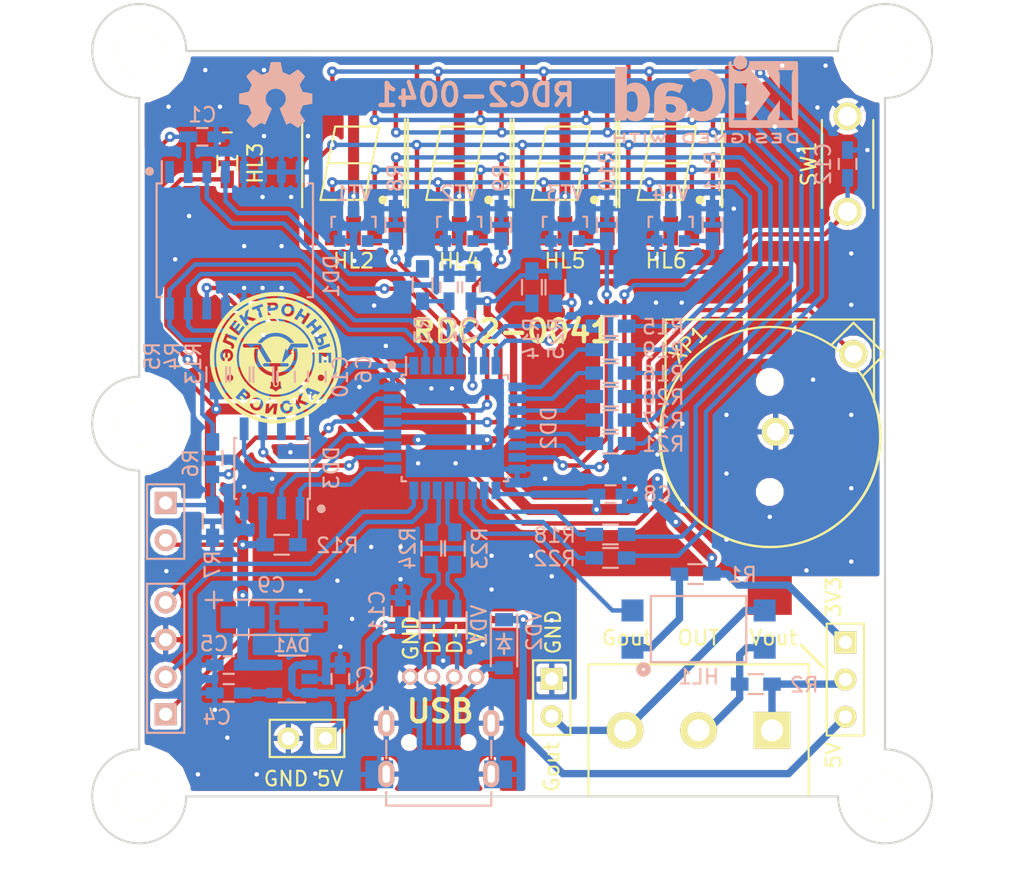
<source format=kicad_pcb>
(kicad_pcb (version 20171130) (host pcbnew "(5.0.0)")
  (layers (0 F.Cu signal) (31 B.Cu signal) (34 B.Paste user) (35 F.Paste user) (36 B.SilkS user) (37 F.SilkS user) (38 B.Mask user) (39 F.Mask user) (44 Edge.Cuts user))
  (net 0 "")
  (net 1 VDD)
  (net 2 GND)
  (net 3 RST)
  (net 4 5V)
  (net 5 "Net-(C4-Pad1)")
  (net 6 DISPLAY_ON)
  (net 7 "Net-(DD1-Pad1)")
  (net 8 RTC_ALARM)
  (net 9 "Net-(DD1-Pad4)")
  (net 10 "Net-(DD1-Pad14)")
  (net 11 "Net-(DD1-Pad15)")
  (net 12 "Net-(DD1-Pad16)")
  (net 13 "Net-(DD2-Pad7)")
  (net 14 "Net-(DD2-Pad9)")
  (net 15 "Net-(DD2-Pad10)")
  (net 16 "Net-(DD2-Pad11)")
  (net 17 "Net-(DD2-Pad12)")
  (net 18 "Net-(DD2-Pad13)")
  (net 19 DIG_1)
  (net 20 DIG_2)
  (net 21 "Net-(DD2-Pad18)")
  (net 22 "Net-(DD2-Pad19)")
  (net 23 RELAY)
  (net 24 "Net-(DD2-Pad21)")
  (net 25 "Net-(DD2-Pad22)")
  (net 26 SWDIO)
  (net 27 SWCLK)
  (net 28 SPI_NSS)
  (net 29 SPI_SCK)
  (net 30 SPI_MISO)
  (net 31 SPI_MOSI)
  (net 32 DIG_3)
  (net 33 DIG_4)
  (net 34 "Net-(DD2-Pad31)")
  (net 35 "Net-(HL1-Pad4)")
  (net 36 Gout)
  (net 37 "Net-(HL1-Pad1)")
  (net 38 LED_5)
  (net 39 LED_4)
  (net 40 "Net-(HL2-Pad3)")
  (net 41 LED_3)
  (net 42 LED_8)
  (net 43 LED_2)
  (net 44 LED_1)
  (net 45 LED_6)
  (net 46 LED_7)
  (net 47 "Net-(HL3-Pad2)")
  (net 48 "Net-(HL4-Pad3)")
  (net 49 "Net-(HL5-Pad3)")
  (net 50 "Net-(HL6-Pad3)")
  (net 51 Vout)
  (net 52 USB_DM)
  (net 53 USB_DP)
  (net 54 "Net-(VD1-Pad1)")
  (net 55 "Net-(VD1-Pad3)")
  (net 56 "Net-(VD2-Pad2)")
  (net 57 "Net-(XS1-Pad4)")
  (module NewComponents:Hole_3.5 (layer B.Cu) (at 124.45 98.5)
    (fp_text reference REF** hide)
    (fp_text value Hole_3.5)
    (pad 1 smd rect (at 0 0) (size 1.9 1.9) (layers B.Cu B.Paste B.Mask) (net 2 GND))
  )
  (module NewComponents:Oasistek_7SegInd_smd (layer F.Cu) (at 136.2 56.85)
    (fp_text reference HL6 (at -0.31 6.65) (layer F.SilkS))
    (fp_text value 7SEGMENTS)
    (pad 1 smd rect (at -2.88 4.6) (size 1 2) (layers F.Cu F.Paste F.Mask) (net 38 LED_5))
    (pad 2 smd rect (at -1.44 4.6) (size 1 2) (layers F.Cu F.Paste F.Mask) (net 39 LED_4))
    (pad 3 smd rect (at 0 4.6) (size 1 2) (layers F.Cu F.Paste F.Mask) (net 50 "Net-(HL6-Pad3)"))
    (pad 4 smd rect (at 1.44 4.6) (size 1 2) (layers F.Cu F.Paste F.Mask) (net 41 LED_3))
    (pad 5 smd rect (at 2.88 4.6) (size 1 2) (layers F.Cu F.Paste F.Mask) (net 42 LED_8))
    (pad 6 smd rect (at 2.88 -4.6 180) (size 1 2) (layers F.Cu F.Paste F.Mask) (net 43 LED_2))
    (pad 7 smd rect (at 1.44 -4.6 180) (size 1 2) (layers F.Cu F.Paste F.Mask) (net 44 LED_1))
    (pad 8 smd rect (at 0 -4.6 180) (size 1 2) (layers F.Cu F.Paste F.Mask) (net 50 "Net-(HL6-Pad3)"))
    (pad 9 smd rect (at -1.44 -4.6 180) (size 1 2) (layers F.Cu F.Paste F.Mask) (net 45 LED_6))
    (pad 10 smd rect (at -2.88 -4.6 180) (size 1 2) (layers F.Cu F.Paste F.Mask) (net 46 LED_7))
  )
  (module Mounting_Holes:MountingHole_3.2mm_M3 (layer F.Cu) (at 100 74.6)
    (fp_text reference REF** hide)
    (fp_text value MountingHole_3.2mm_M3)
    (pad 1 np_thru_hole circle (at 0 0) (size 3.2 3.2) (drill 3.2) (layers *.Cu *.Mask F.SilkS))
  )
  (module Mounting_Holes:MountingHole_3.2mm_M3 (layer F.Cu) (at 150.8 100)
    (fp_text reference REF** hide)
    (fp_text value MountingHole_3.2mm_M3)
    (pad 1 np_thru_hole circle (at 0 0) (size 3.2 3.2) (drill 3.2) (layers *.Cu *.Mask F.SilkS))
  )
  (module Mounting_Holes:MountingHole_3.2mm_M3 (layer F.Cu) (at 150.8 49.2)
    (fp_text reference REF** hide)
    (fp_text value MountingHole_3.2mm_M3)
    (pad 1 np_thru_hole circle (at 0 0) (size 3.2 3.2) (drill 3.2) (layers *.Cu *.Mask F.SilkS))
  )
  (module Mounting_Holes:MountingHole_3.2mm_M3 (layer F.Cu) (at 100 49.2)
    (fp_text reference REF** hide)
    (fp_text value MountingHole_3.2mm_M3)
    (pad 1 np_thru_hole circle (at 0 0) (size 3.2 3.2) (drill 3.2) (layers *.Cu *.Mask F.SilkS))
  )
  (module Capacitors_SMD:C_0603_HandSoldering (layer B.Cu) (at 104.3 55.05)
    (fp_text reference C1 (at 0 -1.5) (layer B.SilkS) (effects (justify mirror)))
    (fp_text value 0,1мкФ)
    (pad 1 smd rect (at -0.95 0) (size 1.2 0.75) (layers B.Cu B.Paste B.Mask) (net 1 VDD))
    (pad 2 smd rect (at 0.95 0) (size 1.2 0.75) (layers B.Cu B.Paste B.Mask) (net 2 GND))
  )
  (module Capacitors_SMD:C_0603_HandSoldering (layer B.Cu) (at 121.1 65.3 90)
    (fp_text reference C2 (at -2.9 0 90) (layer B.SilkS) (effects (justify mirror)))
    (fp_text value 0,1мкФ)
    (pad 1 smd rect (at -0.95 0 90) (size 1.2 0.75) (layers B.Cu B.Paste B.Mask) (net 3 RST))
    (pad 2 smd rect (at 0.95 0 90) (size 1.2 0.75) (layers B.Cu B.Paste B.Mask) (net 2 GND))
  )
  (module Capacitors_SMD:C_0603_HandSoldering (layer B.Cu) (at 113.7 92 90)
    (fp_text reference C3 (at 0 1.7 90) (layer B.SilkS) (effects (justify mirror)))
    (fp_text value 4,7мкФ)
    (pad 1 smd rect (at -0.95 0 90) (size 1.2 0.75) (layers B.Cu B.Paste B.Mask) (net 4 5V))
    (pad 2 smd rect (at 0.95 0 90) (size 1.2 0.75) (layers B.Cu B.Paste B.Mask) (net 2 GND))
  )
  (module Capacitors_SMD:C_0603_HandSoldering (layer B.Cu) (at 106.1 92.95 180)
    (fp_text reference C4 (at 0.8 -1.65 180) (layer B.SilkS) (effects (justify mirror)))
    (fp_text value 0,01мкФ)
    (pad 1 smd rect (at -0.95 0 180) (size 1.2 0.75) (layers B.Cu B.Paste B.Mask) (net 5 "Net-(C4-Pad1)"))
    (pad 2 smd rect (at 0.95 0 180) (size 1.2 0.75) (layers B.Cu B.Paste B.Mask) (net 2 GND))
  )
  (module Capacitors_SMD:C_0603_HandSoldering (layer B.Cu) (at 106.1 91.05 180)
    (fp_text reference C5 (at 1 1.45 180) (layer B.SilkS) (effects (justify mirror)))
    (fp_text value 4,7мкФ)
    (pad 1 smd rect (at -0.95 0 180) (size 1.2 0.75) (layers B.Cu B.Paste B.Mask) (net 1 VDD))
    (pad 2 smd rect (at 0.95 0 180) (size 1.2 0.75) (layers B.Cu B.Paste B.Mask) (net 2 GND))
  )
  (module Capacitors_SMD:C_0603_HandSoldering (layer B.Cu) (at 112.1 71.4 90)
    (fp_text reference C6 (at 0.5 3.2 90) (layer B.SilkS) (effects (justify mirror)))
    (fp_text value 0,1мкФ)
    (pad 1 smd rect (at -0.95 0 90) (size 1.2 0.75) (layers B.Cu B.Paste B.Mask) (net 1 VDD))
    (pad 2 smd rect (at 0.95 0 90) (size 1.2 0.75) (layers B.Cu B.Paste B.Mask) (net 2 GND))
  )
  (module Capacitors_SMD:C_0603_HandSoldering (layer B.Cu) (at 122.6 65.3 90)
    (fp_text reference C7 (at -2.9 0 90) (layer B.SilkS) (effects (justify mirror)))
    (fp_text value 0,1мкФ)
    (pad 1 smd rect (at -0.95 0 90) (size 1.2 0.75) (layers B.Cu B.Paste B.Mask) (net 1 VDD))
    (pad 2 smd rect (at 0.95 0 90) (size 1.2 0.75) (layers B.Cu B.Paste B.Mask) (net 2 GND))
  )
  (module Capacitors_SMD:C_0603_HandSoldering (layer B.Cu) (at 132.1 79.4)
    (fp_text reference C8 (at 3.2 0) (layer B.SilkS) (effects (justify mirror)))
    (fp_text value 0,1мкФ)
    (pad 1 smd rect (at -0.95 0) (size 1.2 0.75) (layers B.Cu B.Paste B.Mask) (net 1 VDD))
    (pad 2 smd rect (at 0.95 0) (size 1.2 0.75) (layers B.Cu B.Paste B.Mask) (net 2 GND))
  )
  (module NewComponents:TantalC_SizeA_EIA-3216_HandSoldering_mm (layer B.Cu) (at 109.05 87.8)
    (fp_text reference C9 (at -0.05 -2.2) (layer B.SilkS) (effects (justify mirror)))
    (fp_text value 10мкФ)
    (fp_text user + (at -3.95 -1.3) (layer B.SilkS) (effects (font (size 1.5 1.5)) (justify mirror)))
    (pad 2 smd rect (at 1.99898 0) (size 3 1.5) (layers B.Cu B.Paste B.Mask) (net 2 GND))
    (pad 1 smd rect (at -1.99898 0) (size 3 1.5) (layers B.Cu B.Paste B.Mask) (net 1 VDD))
  )
  (module Capacitors_SMD:C_0603_HandSoldering (layer B.Cu) (at 110 71.4 90)
    (fp_text reference C10 (at 0 3.7 90) (layer B.SilkS) (effects (justify mirror)))
    (fp_text value 0,1мкФ)
    (pad 1 smd rect (at -0.95 0 90) (size 1.2 0.75) (layers B.Cu B.Paste B.Mask) (net 1 VDD))
    (pad 2 smd rect (at 0.95 0 90) (size 1.2 0.75) (layers B.Cu B.Paste B.Mask) (net 2 GND))
  )
  (module Capacitors_SMD:C_0603_HandSoldering (layer B.Cu) (at 117.8 87.4 90)
    (fp_text reference C11 (at 0 -1.6 90) (layer B.SilkS) (effects (justify mirror)))
    (fp_text value 0,1мкФ)
    (pad 1 smd rect (at -0.95 0 90) (size 1.2 0.75) (layers B.Cu B.Paste B.Mask) (net 4 5V))
    (pad 2 smd rect (at 0.95 0 90) (size 1.2 0.75) (layers B.Cu B.Paste B.Mask) (net 2 GND))
  )
  (module Capacitors_SMD:C_0603_HandSoldering (layer B.Cu) (at 148.25 56.9 90)
    (fp_text reference C12 (at 0 -1.65 90) (layer B.SilkS) (effects (justify mirror)))
    (fp_text value 0,1мкФ)
    (pad 1 smd rect (at -0.95 0 90) (size 1.2 0.75) (layers B.Cu B.Paste B.Mask) (net 6 DISPLAY_ON))
    (pad 2 smd rect (at 0.95 0 90) (size 1.2 0.75) (layers B.Cu B.Paste B.Mask) (net 2 GND))
  )
  (module NewComponents:SOT-23-5_mm (layer B.Cu) (at 110.4 92 180)
    (fp_text reference DA1 (at 0 2.3 180) (layer B.SilkS) (effects (font (size 0.9 0.9)) (justify mirror)))
    (fp_text value LP2985AIM5-3.3)
    (pad 1 smd rect (at -1.2 0.95 180) (size 1.1 0.7) (layers B.Cu B.Paste B.Mask) (net 4 5V))
    (pad 2 smd rect (at -1.2 0 180) (size 1.1 0.7) (layers B.Cu B.Paste B.Mask) (net 2 GND))
    (pad 3 smd rect (at -1.2 -0.95 180) (size 1.1 0.7) (layers B.Cu B.Paste B.Mask) (net 4 5V))
    (pad 4 smd rect (at 1.2 -0.95 180) (size 1.1 0.7) (layers B.Cu B.Paste B.Mask) (net 5 "Net-(C4-Pad1)"))
    (pad 5 smd rect (at 1.2 0.95 180) (size 1.1 0.7) (layers B.Cu B.Paste B.Mask) (net 1 VDD))
  )
  (module Housings_SOIC:SOIC-16_7.5x10.3mm_Pitch1.27mm (layer B.Cu) (at 106.51 62.1 270)
    (fp_text reference DD1 (at 2.45 -6.59 270) (layer B.SilkS) (effects (justify mirror)))
    (fp_text value DS3231)
    (pad 1 smd rect (at -4.65 4.445 270) (size 1.5 0.6) (layers B.Cu B.Paste B.Mask) (net 7 "Net-(DD1-Pad1)"))
    (pad 2 smd rect (at -4.65 3.175 270) (size 1.5 0.6) (layers B.Cu B.Paste B.Mask) (net 1 VDD))
    (pad 3 smd rect (at -4.65 1.905 270) (size 1.5 0.6) (layers B.Cu B.Paste B.Mask) (net 8 RTC_ALARM))
    (pad 4 smd rect (at -4.65 0.635 270) (size 1.5 0.6) (layers B.Cu B.Paste B.Mask) (net 9 "Net-(DD1-Pad4)"))
    (pad 5 smd rect (at -4.65 -0.635 270) (size 1.5 0.6) (layers B.Cu B.Paste B.Mask) (net 2 GND))
    (pad 6 smd rect (at -4.65 -1.905 270) (size 1.5 0.6) (layers B.Cu B.Paste B.Mask) (net 2 GND))
    (pad 7 smd rect (at -4.65 -3.175 270) (size 1.5 0.6) (layers B.Cu B.Paste B.Mask) (net 2 GND))
    (pad 8 smd rect (at -4.65 -4.445 270) (size 1.5 0.6) (layers B.Cu B.Paste B.Mask) (net 2 GND))
    (pad 9 smd rect (at 4.65 -4.445 270) (size 1.5 0.6) (layers B.Cu B.Paste B.Mask) (net 2 GND))
    (pad 10 smd rect (at 4.65 -3.175 270) (size 1.5 0.6) (layers B.Cu B.Paste B.Mask) (net 2 GND))
    (pad 11 smd rect (at 4.65 -1.905 270) (size 1.5 0.6) (layers B.Cu B.Paste B.Mask) (net 2 GND))
    (pad 12 smd rect (at 4.65 -0.635 270) (size 1.5 0.6) (layers B.Cu B.Paste B.Mask) (net 2 GND))
    (pad 13 smd rect (at 4.65 0.635 270) (size 1.5 0.6) (layers B.Cu B.Paste B.Mask) (net 2 GND))
    (pad 14 smd rect (at 4.65 1.905 270) (size 1.5 0.6) (layers B.Cu B.Paste B.Mask) (net 10 "Net-(DD1-Pad14)"))
    (pad 15 smd rect (at 4.65 3.175 270) (size 1.5 0.6) (layers B.Cu B.Paste B.Mask) (net 11 "Net-(DD1-Pad15)"))
    (pad 16 smd rect (at 4.65 4.445 270) (size 1.5 0.6) (layers B.Cu B.Paste B.Mask) (net 12 "Net-(DD1-Pad16)"))
  )
  (module Housings_QFP:LQFP-32_7x7mm_Pitch0.8mm (layer B.Cu) (at 121.5 74.9 270)
    (fp_text reference DD2 (at 0 -6.4 90) (layer B.SilkS) (effects (justify mirror)))
    (fp_text value STM32F042K6Tx)
    (pad 1 smd rect (at -4.25 2.8 270) (size 1.2 0.6) (layers B.Cu B.Paste B.Mask) (net 1 VDD))
    (pad 2 smd rect (at -4.25 2 270) (size 1.2 0.6) (layers B.Cu B.Paste B.Mask) (net 11 "Net-(DD1-Pad15)"))
    (pad 3 smd rect (at -4.25 1.2 270) (size 1.2 0.6) (layers B.Cu B.Paste B.Mask) (net 12 "Net-(DD1-Pad16)"))
    (pad 4 smd rect (at -4.25 0.4 270) (size 1.2 0.6) (layers B.Cu B.Paste B.Mask) (net 3 RST))
    (pad 5 smd rect (at -4.25 -0.4 270) (size 1.2 0.6) (layers B.Cu B.Paste B.Mask) (net 1 VDD))
    (pad 6 smd rect (at -4.25 -1.2 270) (size 1.2 0.6) (layers B.Cu B.Paste B.Mask) (net 8 RTC_ALARM))
    (pad 7 smd rect (at -4.25 -2 270) (size 1.2 0.6) (layers B.Cu B.Paste B.Mask) (net 13 "Net-(DD2-Pad7)"))
    (pad 8 smd rect (at -4.25 -2.8 270) (size 1.2 0.6) (layers B.Cu B.Paste B.Mask) (net 6 DISPLAY_ON))
    (pad 9 smd rect (at -2.8 -4.25 180) (size 1.2 0.6) (layers B.Cu B.Paste B.Mask) (net 14 "Net-(DD2-Pad9)"))
    (pad 10 smd rect (at -2 -4.25 180) (size 1.2 0.6) (layers B.Cu B.Paste B.Mask) (net 15 "Net-(DD2-Pad10)"))
    (pad 11 smd rect (at -1.2 -4.25 180) (size 1.2 0.6) (layers B.Cu B.Paste B.Mask) (net 16 "Net-(DD2-Pad11)"))
    (pad 12 smd rect (at -0.4 -4.25 180) (size 1.2 0.6) (layers B.Cu B.Paste B.Mask) (net 17 "Net-(DD2-Pad12)"))
    (pad 13 smd rect (at 0.4 -4.25 180) (size 1.2 0.6) (layers B.Cu B.Paste B.Mask) (net 18 "Net-(DD2-Pad13)"))
    (pad 14 smd rect (at 1.2 -4.25 180) (size 1.2 0.6) (layers B.Cu B.Paste B.Mask) (net 19 DIG_1))
    (pad 15 smd rect (at 2 -4.25 180) (size 1.2 0.6) (layers B.Cu B.Paste B.Mask) (net 20 DIG_2))
    (pad 16 smd rect (at 2.8 -4.25 180) (size 1.2 0.6) (layers B.Cu B.Paste B.Mask) (net 2 GND))
    (pad 17 smd rect (at 4.25 -2.8 270) (size 1.2 0.6) (layers B.Cu B.Paste B.Mask) (net 1 VDD))
    (pad 18 smd rect (at 4.25 -2 270) (size 1.2 0.6) (layers B.Cu B.Paste B.Mask) (net 21 "Net-(DD2-Pad18)"))
    (pad 19 smd rect (at 4.25 -1.2 270) (size 1.2 0.6) (layers B.Cu B.Paste B.Mask) (net 22 "Net-(DD2-Pad19)"))
    (pad 20 smd rect (at 4.25 -0.4 270) (size 1.2 0.6) (layers B.Cu B.Paste B.Mask) (net 23 RELAY))
    (pad 21 smd rect (at 4.25 0.4 270) (size 1.2 0.6) (layers B.Cu B.Paste B.Mask) (net 24 "Net-(DD2-Pad21)"))
    (pad 22 smd rect (at 4.25 1.2 270) (size 1.2 0.6) (layers B.Cu B.Paste B.Mask) (net 25 "Net-(DD2-Pad22)"))
    (pad 23 smd rect (at 4.25 2 270) (size 1.2 0.6) (layers B.Cu B.Paste B.Mask) (net 26 SWDIO))
    (pad 24 smd rect (at 4.25 2.8 270) (size 1.2 0.6) (layers B.Cu B.Paste B.Mask) (net 27 SWCLK))
    (pad 25 smd rect (at 2.8 4.25 180) (size 1.2 0.6) (layers B.Cu B.Paste B.Mask) (net 28 SPI_NSS))
    (pad 26 smd rect (at 2 4.25 180) (size 1.2 0.6) (layers B.Cu B.Paste B.Mask) (net 29 SPI_SCK))
    (pad 27 smd rect (at 1.2 4.25 180) (size 1.2 0.6) (layers B.Cu B.Paste B.Mask) (net 30 SPI_MISO))
    (pad 28 smd rect (at 0.4 4.25 180) (size 1.2 0.6) (layers B.Cu B.Paste B.Mask) (net 31 SPI_MOSI))
    (pad 29 smd rect (at -0.4 4.25 180) (size 1.2 0.6) (layers B.Cu B.Paste B.Mask) (net 32 DIG_3))
    (pad 30 smd rect (at -1.2 4.25 180) (size 1.2 0.6) (layers B.Cu B.Paste B.Mask) (net 33 DIG_4))
    (pad 31 smd rect (at -2 4.25 180) (size 1.2 0.6) (layers B.Cu B.Paste B.Mask) (net 34 "Net-(DD2-Pad31)"))
    (pad 32 smd rect (at -2.8 4.25 180) (size 1.2 0.6) (layers B.Cu B.Paste B.Mask) (net 2 GND))
  )
  (module Housings_SOIC:SOIC-8_3.9x4.9mm_Pitch1.27mm (layer B.Cu) (at 109.05 77.65 90)
    (fp_text reference DD3 (at 0.05 4.05 90) (layer B.SilkS) (effects (justify mirror)))
    (fp_text value 25LC_EEPROM)
    (pad 1 smd rect (at -2.7 1.905 90) (size 1.55 0.6) (layers B.Cu B.Paste B.Mask) (net 28 SPI_NSS))
    (pad 2 smd rect (at -2.7 0.635 90) (size 1.55 0.6) (layers B.Cu B.Paste B.Mask) (net 30 SPI_MISO))
    (pad 3 smd rect (at -2.7 -0.635 90) (size 1.55 0.6) (layers B.Cu B.Paste B.Mask) (net 1 VDD))
    (pad 4 smd rect (at -2.7 -1.905 90) (size 1.55 0.6) (layers B.Cu B.Paste B.Mask) (net 2 GND))
    (pad 5 smd rect (at 2.7 -1.905 90) (size 1.55 0.6) (layers B.Cu B.Paste B.Mask) (net 31 SPI_MOSI))
    (pad 6 smd rect (at 2.7 -0.635 90) (size 1.55 0.6) (layers B.Cu B.Paste B.Mask) (net 29 SPI_SCK))
    (pad 7 smd rect (at 2.7 0.635 90) (size 1.55 0.6) (layers B.Cu B.Paste B.Mask) (net 1 VDD))
    (pad 8 smd rect (at 2.7 1.905 90) (size 1.55 0.6) (layers B.Cu B.Paste B.Mask) (net 1 VDD))
  )
  (module NewComponents:LTV817S (layer B.Cu) (at 138.1 88.6 90)
    (fp_text reference HL1 (at -3.25 0) (layer B.SilkS) (effects (justify mirror)))
    (fp_text value LTV-817)
    (pad 4 smd rect (at -1.27 4.5 90) (size 1.5 1.5) (layers B.Cu B.Paste B.Mask) (net 35 "Net-(HL1-Pad4)"))
    (pad 3 smd rect (at 1.27 4.5 90) (size 1.5 1.5) (layers B.Cu B.Paste B.Mask) (net 36 Gout))
    (pad 1 smd rect (at -1.27 -4.5 90) (size 1.5 1.5) (layers B.Cu B.Paste B.Mask) (net 37 "Net-(HL1-Pad1)"))
    (pad 2 smd rect (at 1.27 -4.5 90) (size 1.5 1.5) (layers B.Cu B.Paste B.Mask) (net 23 RELAY))
  )
  (module NewComponents:Oasistek_7SegInd_smd (layer F.Cu) (at 114.6 56.85)
    (fp_text reference HL2 (at 0 6.65) (layer F.SilkS))
    (fp_text value 7SEGMENTS)
    (pad 1 smd rect (at -2.88 4.6) (size 1 2) (layers F.Cu F.Paste F.Mask) (net 38 LED_5))
    (pad 2 smd rect (at -1.44 4.6) (size 1 2) (layers F.Cu F.Paste F.Mask) (net 39 LED_4))
    (pad 3 smd rect (at 0 4.6) (size 1 2) (layers F.Cu F.Paste F.Mask) (net 40 "Net-(HL2-Pad3)"))
    (pad 4 smd rect (at 1.44 4.6) (size 1 2) (layers F.Cu F.Paste F.Mask) (net 41 LED_3))
    (pad 5 smd rect (at 2.88 4.6) (size 1 2) (layers F.Cu F.Paste F.Mask) (net 42 LED_8))
    (pad 6 smd rect (at 2.88 -4.6 180) (size 1 2) (layers F.Cu F.Paste F.Mask) (net 43 LED_2))
    (pad 7 smd rect (at 1.44 -4.6 180) (size 1 2) (layers F.Cu F.Paste F.Mask) (net 44 LED_1))
    (pad 8 smd rect (at 0 -4.6 180) (size 1 2) (layers F.Cu F.Paste F.Mask) (net 40 "Net-(HL2-Pad3)"))
    (pad 9 smd rect (at -1.44 -4.6 180) (size 1 2) (layers F.Cu F.Paste F.Mask) (net 45 LED_6))
    (pad 10 smd rect (at -2.88 -4.6 180) (size 1 2) (layers F.Cu F.Paste F.Mask) (net 46 LED_7))
  )
  (module NewComponents:LED_0603_HandSoldering (layer F.Cu) (at 106 56.85 270)
    (fp_text reference HL3 (at 0 -1.9 270) (layer F.SilkS))
    (fp_text value LED)
    (pad 1 smd rect (at -1.1 0 270) (size 1.2 0.9) (layers F.Cu F.Paste F.Mask) (net 2 GND))
    (pad 2 smd rect (at 1.1 0 270) (size 1.2 0.9) (layers F.Cu F.Paste F.Mask) (net 47 "Net-(HL3-Pad2)"))
  )
  (module NewComponents:Oasistek_7SegInd_smd (layer F.Cu) (at 121.8 56.85)
    (fp_text reference HL4 (at 0 6.65) (layer F.SilkS))
    (fp_text value 7SEGMENTS)
    (pad 1 smd rect (at -2.88 4.6) (size 1 2) (layers F.Cu F.Paste F.Mask) (net 38 LED_5))
    (pad 2 smd rect (at -1.44 4.6) (size 1 2) (layers F.Cu F.Paste F.Mask) (net 39 LED_4))
    (pad 3 smd rect (at 0 4.6) (size 1 2) (layers F.Cu F.Paste F.Mask) (net 48 "Net-(HL4-Pad3)"))
    (pad 4 smd rect (at 1.44 4.6) (size 1 2) (layers F.Cu F.Paste F.Mask) (net 41 LED_3))
    (pad 5 smd rect (at 2.88 4.6) (size 1 2) (layers F.Cu F.Paste F.Mask) (net 42 LED_8))
    (pad 6 smd rect (at 2.88 -4.6 180) (size 1 2) (layers F.Cu F.Paste F.Mask) (net 43 LED_2))
    (pad 7 smd rect (at 1.44 -4.6 180) (size 1 2) (layers F.Cu F.Paste F.Mask) (net 44 LED_1))
    (pad 8 smd rect (at 0 -4.6 180) (size 1 2) (layers F.Cu F.Paste F.Mask) (net 48 "Net-(HL4-Pad3)"))
    (pad 9 smd rect (at -1.44 -4.6 180) (size 1 2) (layers F.Cu F.Paste F.Mask) (net 45 LED_6))
    (pad 10 smd rect (at -2.88 -4.6 180) (size 1 2) (layers F.Cu F.Paste F.Mask) (net 46 LED_7))
  )
  (module NewComponents:Oasistek_7SegInd_smd (layer F.Cu) (at 129 56.85)
    (fp_text reference HL5 (at 0 6.65) (layer F.SilkS))
    (fp_text value 7SEGMENTS)
    (pad 1 smd rect (at -2.88 4.6) (size 1 2) (layers F.Cu F.Paste F.Mask) (net 38 LED_5))
    (pad 2 smd rect (at -1.44 4.6) (size 1 2) (layers F.Cu F.Paste F.Mask) (net 39 LED_4))
    (pad 3 smd rect (at 0 4.6) (size 1 2) (layers F.Cu F.Paste F.Mask) (net 49 "Net-(HL5-Pad3)"))
    (pad 4 smd rect (at 1.44 4.6) (size 1 2) (layers F.Cu F.Paste F.Mask) (net 41 LED_3))
    (pad 5 smd rect (at 2.88 4.6) (size 1 2) (layers F.Cu F.Paste F.Mask) (net 42 LED_8))
    (pad 6 smd rect (at 2.88 -4.6 180) (size 1 2) (layers F.Cu F.Paste F.Mask) (net 43 LED_2))
    (pad 7 smd rect (at 1.44 -4.6 180) (size 1 2) (layers F.Cu F.Paste F.Mask) (net 44 LED_1))
    (pad 8 smd rect (at 0 -4.6 180) (size 1 2) (layers F.Cu F.Paste F.Mask) (net 49 "Net-(HL5-Pad3)"))
    (pad 9 smd rect (at -1.44 -4.6 180) (size 1 2) (layers F.Cu F.Paste F.Mask) (net 45 LED_6))
    (pad 10 smd rect (at -2.88 -4.6 180) (size 1 2) (layers F.Cu F.Paste F.Mask) (net 46 LED_7))
  )
  (module Resistors_SMD:R_0603_HandSoldering (layer B.Cu) (at 137.9 84.85 180)
    (fp_text reference R1 (at -3.2 -0.05 180) (layer B.SilkS) (effects (justify mirror)))
    (fp_text value 330R)
    (pad 1 smd rect (at -1.1 0 180) (size 1.2 0.9) (layers B.Cu B.Paste B.Mask) (net 1 VDD))
    (pad 2 smd rect (at 1.1 0 180) (size 1.2 0.9) (layers B.Cu B.Paste B.Mask) (net 37 "Net-(HL1-Pad1)"))
  )
  (module Resistors_SMD:R_0603_HandSoldering (layer B.Cu) (at 142 92.35)
    (fp_text reference R2 (at 3.3 0.05) (layer B.SilkS) (effects (justify mirror)))
    (fp_text value 10k)
    (pad 1 smd rect (at -1.1 0) (size 1.2 0.9) (layers B.Cu B.Paste B.Mask) (net 35 "Net-(HL1-Pad4)"))
    (pad 2 smd rect (at 1.1 0) (size 1.2 0.9) (layers B.Cu B.Paste B.Mask) (net 51 Vout))
  )
  (module Resistors_SMD:R_0603_HandSoldering (layer B.Cu) (at 119.3 65.15 90)
    (fp_text reference R3 (at -3.05 0 90) (layer B.SilkS) (effects (justify mirror)))
    (fp_text value 0R)
    (pad 1 smd rect (at -1.1 0 90) (size 1.2 0.9) (layers B.Cu B.Paste B.Mask) (net 3 RST))
    (pad 2 smd rect (at 1.1 0 90) (size 1.2 0.9) (layers B.Cu B.Paste B.Mask) (net 9 "Net-(DD1-Pad4)"))
  )
  (module Resistors_SMD:R_0603_HandSoldering (layer B.Cu) (at 106.85 71.25 90)
    (fp_text reference R4 (at 1.25 -4.55 90) (layer B.SilkS) (effects (justify mirror)))
    (fp_text value 4k7)
    (pad 1 smd rect (at -1.1 0 90) (size 1.2 0.9) (layers B.Cu B.Paste B.Mask) (net 1 VDD))
    (pad 2 smd rect (at 1.1 0 90) (size 1.2 0.9) (layers B.Cu B.Paste B.Mask) (net 11 "Net-(DD1-Pad15)"))
  )
  (module Resistors_SMD:R_0603_HandSoldering (layer B.Cu) (at 105.25 71.25 90)
    (fp_text reference R5 (at 1.25 -4.35 90) (layer B.SilkS) (effects (justify mirror)))
    (fp_text value 4k7)
    (pad 1 smd rect (at -1.1 0 90) (size 1.2 0.9) (layers B.Cu B.Paste B.Mask) (net 1 VDD))
    (pad 2 smd rect (at 1.1 0 90) (size 1.2 0.9) (layers B.Cu B.Paste B.Mask) (net 12 "Net-(DD1-Pad16)"))
  )
  (module Resistors_SMD:R_0603_HandSoldering (layer B.Cu) (at 105 76.95 90)
    (fp_text reference R6 (at -0.35 -1.5 90) (layer B.SilkS) (effects (justify mirror)))
    (fp_text value 330R)
    (pad 1 smd rect (at -1.1 0 90) (size 1.2 0.9) (layers B.Cu B.Paste B.Mask) (net 34 "Net-(DD2-Pad31)"))
    (pad 2 smd rect (at 1.1 0 90) (size 1.2 0.9) (layers B.Cu B.Paste B.Mask) (net 47 "Net-(HL3-Pad2)"))
  )
  (module Resistors_SMD:R_0603_HandSoldering (layer B.Cu) (at 105 81.25 270)
    (fp_text reference R7 (at 2.95 0 270) (layer B.SilkS) (effects (justify mirror)))
    (fp_text value 10k)
    (pad 1 smd rect (at -1.1 0 270) (size 1.2 0.9) (layers B.Cu B.Paste B.Mask) (net 34 "Net-(DD2-Pad31)"))
    (pad 2 smd rect (at 1.1 0 270) (size 1.2 0.9) (layers B.Cu B.Paste B.Mask) (net 2 GND))
  )
  (module Resistors_SMD:R_0603_HandSoldering (layer B.Cu) (at 117.45 61.05 270)
    (fp_text reference R8 (at -3.2 0 270) (layer B.SilkS) (effects (justify mirror)))
    (fp_text value 10k)
    (pad 1 smd rect (at -1.1 0 270) (size 1.2 0.9) (layers B.Cu B.Paste B.Mask) (net 2 GND))
    (pad 2 smd rect (at 1.1 0 270) (size 1.2 0.9) (layers B.Cu B.Paste B.Mask) (net 33 DIG_4))
  )
  (module Resistors_SMD:R_0603_HandSoldering (layer B.Cu) (at 124.65 61.05 270)
    (fp_text reference R9 (at -3.2 0 270) (layer B.SilkS) (effects (justify mirror)))
    (fp_text value 10k)
    (pad 1 smd rect (at -1.1 0 270) (size 1.2 0.9) (layers B.Cu B.Paste B.Mask) (net 2 GND))
    (pad 2 smd rect (at 1.1 0 270) (size 1.2 0.9) (layers B.Cu B.Paste B.Mask) (net 32 DIG_3))
  )
  (module Resistors_SMD:R_0603_HandSoldering (layer B.Cu) (at 131.85 61.05 270)
    (fp_text reference R10 (at -3.7 0 270) (layer B.SilkS) (effects (justify mirror)))
    (fp_text value 10k)
    (pad 1 smd rect (at -1.1 0 270) (size 1.2 0.9) (layers B.Cu B.Paste B.Mask) (net 2 GND))
    (pad 2 smd rect (at 1.1 0 270) (size 1.2 0.9) (layers B.Cu B.Paste B.Mask) (net 20 DIG_2))
  )
  (module Resistors_SMD:R_0603_HandSoldering (layer B.Cu) (at 139.05 61.05 270)
    (fp_text reference R11 (at -3.6 0 270) (layer B.SilkS) (effects (justify mirror)))
    (fp_text value 10k)
    (pad 1 smd rect (at -1.1 0 270) (size 1.2 0.9) (layers B.Cu B.Paste B.Mask) (net 2 GND))
    (pad 2 smd rect (at 1.1 0 270) (size 1.2 0.9) (layers B.Cu B.Paste B.Mask) (net 19 DIG_1))
  )
  (module Resistors_SMD:R_0603_HandSoldering (layer B.Cu) (at 109.7 82.85 180)
    (fp_text reference R12 (at -3.8 -0.05 180) (layer B.SilkS) (effects (justify mirror)))
    (fp_text value 10k)
    (pad 1 smd rect (at -1.1 0 180) (size 1.2 0.9) (layers B.Cu B.Paste B.Mask) (net 28 SPI_NSS))
    (pad 2 smd rect (at 1.1 0 180) (size 1.2 0.9) (layers B.Cu B.Paste B.Mask) (net 1 VDD))
  )
  (module Resistors_SMD:R_0603_HandSoldering (layer B.Cu) (at 108.45 71.25 270)
    (fp_text reference R13 (at -0.75 4.75 270) (layer B.SilkS) (effects (justify mirror)))
    (fp_text value 10k)
    (pad 1 smd rect (at -1.1 0 270) (size 1.2 0.9) (layers B.Cu B.Paste B.Mask) (net 2 GND))
    (pad 2 smd rect (at 1.1 0 270) (size 1.2 0.9) (layers B.Cu B.Paste B.Mask) (net 29 SPI_SCK))
  )
  (module Resistors_SMD:R_0603_HandSoldering (layer B.Cu) (at 126.75 65.3 90)
    (fp_text reference R14 (at -3.5 -0.05 90) (layer B.SilkS) (effects (justify mirror)))
    (fp_text value 10k)
    (pad 1 smd rect (at -1.1 0 90) (size 1.2 0.9) (layers B.Cu B.Paste B.Mask) (net 8 RTC_ALARM))
    (pad 2 smd rect (at 1.1 0 90) (size 1.2 0.9) (layers B.Cu B.Paste B.Mask) (net 1 VDD))
  )
  (module Resistors_SMD:R_0603_HandSoldering (layer B.Cu) (at 132.1 67.95)
    (fp_text reference R15 (at 3.6 0.05) (layer B.SilkS) (effects (justify mirror)))
    (fp_text value 300)
    (pad 1 smd rect (at -1.1 0) (size 1.2 0.9) (layers B.Cu B.Paste B.Mask) (net 13 "Net-(DD2-Pad7)"))
    (pad 2 smd rect (at 1.1 0) (size 1.2 0.9) (layers B.Cu B.Paste B.Mask) (net 39 LED_4))
  )
  (module Resistors_SMD:R_0603_HandSoldering (layer B.Cu) (at 132.1 71.15)
    (fp_text reference R16 (at 3.6 0.05) (layer B.SilkS) (effects (justify mirror)))
    (fp_text value 300)
    (pad 1 smd rect (at -1.1 0) (size 1.2 0.9) (layers B.Cu B.Paste B.Mask) (net 15 "Net-(DD2-Pad10)"))
    (pad 2 smd rect (at 1.1 0) (size 1.2 0.9) (layers B.Cu B.Paste B.Mask) (net 42 LED_8))
  )
  (module Resistors_SMD:R_0603_HandSoldering (layer B.Cu) (at 132.1 74.35)
    (fp_text reference R17 (at 3.6 0.05) (layer B.SilkS) (effects (justify mirror)))
    (fp_text value 300)
    (pad 1 smd rect (at -1.1 0) (size 1.2 0.9) (layers B.Cu B.Paste B.Mask) (net 17 "Net-(DD2-Pad12)"))
    (pad 2 smd rect (at 1.1 0) (size 1.2 0.9) (layers B.Cu B.Paste B.Mask) (net 43 LED_2))
  )
  (module Resistors_SMD:R_0603_HandSoldering (layer B.Cu) (at 132.1 82.15)
    (fp_text reference R18 (at -3.8 0.05) (layer B.SilkS) (effects (justify mirror)))
    (fp_text value 300)
    (pad 1 smd rect (at -1.1 0) (size 1.2 0.9) (layers B.Cu B.Paste B.Mask) (net 21 "Net-(DD2-Pad18)"))
    (pad 2 smd rect (at 1.1 0) (size 1.2 0.9) (layers B.Cu B.Paste B.Mask) (net 45 LED_6))
  )
  (module Resistors_SMD:R_0603_HandSoldering (layer B.Cu) (at 132.1 69.55)
    (fp_text reference R19 (at 3.6 0.05) (layer B.SilkS) (effects (justify mirror)))
    (fp_text value 300)
    (pad 1 smd rect (at -1.1 0) (size 1.2 0.9) (layers B.Cu B.Paste B.Mask) (net 14 "Net-(DD2-Pad9)"))
    (pad 2 smd rect (at 1.1 0) (size 1.2 0.9) (layers B.Cu B.Paste B.Mask) (net 41 LED_3))
  )
  (module Resistors_SMD:R_0603_HandSoldering (layer B.Cu) (at 132.1 72.75)
    (fp_text reference R20 (at 3.6 0.05) (layer B.SilkS) (effects (justify mirror)))
    (fp_text value 300)
    (pad 1 smd rect (at -1.1 0) (size 1.2 0.9) (layers B.Cu B.Paste B.Mask) (net 16 "Net-(DD2-Pad11)"))
    (pad 2 smd rect (at 1.1 0) (size 1.2 0.9) (layers B.Cu B.Paste B.Mask) (net 38 LED_5))
  )
  (module Resistors_SMD:R_0603_HandSoldering (layer B.Cu) (at 132.1 75.95)
    (fp_text reference R21 (at 3.6 0.05) (layer B.SilkS) (effects (justify mirror)))
    (fp_text value 300)
    (pad 1 smd rect (at -1.1 0) (size 1.2 0.9) (layers B.Cu B.Paste B.Mask) (net 18 "Net-(DD2-Pad13)"))
    (pad 2 smd rect (at 1.1 0) (size 1.2 0.9) (layers B.Cu B.Paste B.Mask) (net 44 LED_1))
  )
  (module Resistors_SMD:R_0603_HandSoldering (layer B.Cu) (at 132.1 83.75)
    (fp_text reference R22 (at -3.8 0.05) (layer B.SilkS) (effects (justify mirror)))
    (fp_text value 300)
    (pad 1 smd rect (at -1.1 0) (size 1.2 0.9) (layers B.Cu B.Paste B.Mask) (net 22 "Net-(DD2-Pad19)"))
    (pad 2 smd rect (at 1.1 0) (size 1.2 0.9) (layers B.Cu B.Paste B.Mask) (net 46 LED_7))
  )
  (module Resistors_SMD:R_0603_HandSoldering (layer B.Cu) (at 121.5 83.1 270)
    (fp_text reference R23 (at 0 -1.7 270) (layer B.SilkS) (effects (justify mirror)))
    (fp_text value 22R)
    (pad 1 smd rect (at -1.1 0 270) (size 1.2 0.9) (layers B.Cu B.Paste B.Mask) (net 24 "Net-(DD2-Pad21)"))
    (pad 2 smd rect (at 1.1 0 270) (size 1.2 0.9) (layers B.Cu B.Paste B.Mask) (net 52 USB_DM))
  )
  (module Resistors_SMD:R_0603_HandSoldering (layer B.Cu) (at 119.9 83.1 270)
    (fp_text reference R24 (at 0 1.6 270) (layer B.SilkS) (effects (justify mirror)))
    (fp_text value 22R)
    (pad 1 smd rect (at -1.1 0 270) (size 1.2 0.9) (layers B.Cu B.Paste B.Mask) (net 25 "Net-(DD2-Pad22)"))
    (pad 2 smd rect (at 1.1 0 270) (size 1.2 0.9) (layers B.Cu B.Paste B.Mask) (net 53 USB_DP))
  )
  (module Resistors_SMD:R_0603_HandSoldering (layer B.Cu) (at 128.35 65.3 90)
    (fp_text reference R25 (at -3.5 0.05 90) (layer B.SilkS) (effects (justify mirror)))
    (fp_text value 10k)
    (pad 1 smd rect (at -1.1 0 90) (size 1.2 0.9) (layers B.Cu B.Paste B.Mask) (net 6 DISPLAY_ON))
    (pad 2 smd rect (at 1.1 0 90) (size 1.2 0.9) (layers B.Cu B.Paste B.Mask) (net 1 VDD))
  )
  (module NewComponents:TC-0120 (layer F.Cu) (at 148.25 56.9 90)
    (fp_text reference SW1 (at 0 -2.65 90) (layer F.SilkS))
    (fp_text value SW_PUSH)
    (pad 2 thru_hole circle (at 3.25 0 90) (size 1.9 1.9) (drill 1.3) (layers *.Cu *.Mask F.SilkS) (net 2 GND))
    (pad 1 thru_hole circle (at -3.25 0 90) (size 1.9 1.9) (drill 1.3) (layers *.Cu *.Mask F.SilkS) (net 6 DISPLAY_ON))
  )
  (module NewComponents:SOT23-6L (layer B.Cu) (at 120.7 88.35 90)
    (fp_text reference VD1 (at 0 2.45 90) (layer B.SilkS) (effects (justify mirror)))
    (fp_text value USBLC6)
    (pad 1 smd rect (at -1.15 0.95 90) (size 1.2 0.6) (layers B.Cu B.Paste B.Mask) (net 54 "Net-(VD1-Pad1)"))
    (pad 2 smd rect (at -1.15 0 90) (size 1.2 0.6) (layers B.Cu B.Paste B.Mask) (net 2 GND))
    (pad 3 smd rect (at -1.15 -0.95 90) (size 1.2 0.6) (layers B.Cu B.Paste B.Mask) (net 55 "Net-(VD1-Pad3)"))
    (pad 6 smd rect (at 1.15 0.95 90) (size 1.2 0.6) (layers B.Cu B.Paste B.Mask) (net 52 USB_DM))
    (pad 5 smd rect (at 1.15 0 90) (size 1.2 0.6) (layers B.Cu B.Paste B.Mask) (net 4 5V))
    (pad 4 smd rect (at 1.15 -0.95 90) (size 1.2 0.6) (layers B.Cu B.Paste B.Mask) (net 53 USB_DP))
  )
  (module Diodes_SMD:SOD-123 (layer B.Cu) (at 124.85 89.6 270)
    (fp_text reference VD2 (at -0.9 -2.05 270) (layer B.SilkS) (effects (justify mirror)))
    (fp_text value D)
    (pad 1 smd rect (at -1.635 0 270) (size 0.91 1.22) (layers B.Cu B.Paste B.Mask) (net 4 5V))
    (pad 2 smd rect (at 1.635 0 270) (size 0.91 1.22) (layers B.Cu B.Paste B.Mask) (net 56 "Net-(VD2-Pad2)"))
  )
  (module NewComponents:SOT-23_mm (layer B.Cu) (at 114.6 61.15 180)
    (fp_text reference VT1 (at 0 2.25 180) (layer B.SilkS) (effects (justify mirror)))
    (fp_text value BSS138)
    (pad 1 smd rect (at -0.95 -1 180) (size 0.8 0.8) (layers B.Cu B.Paste B.Mask) (net 33 DIG_4))
    (pad 2 smd rect (at 0.95 -1 180) (size 0.8 0.8) (layers B.Cu B.Paste B.Mask) (net 2 GND))
    (pad 3 smd rect (at 0 1 180) (size 0.8 0.8) (layers B.Cu B.Paste B.Mask) (net 40 "Net-(HL2-Pad3)"))
  )
  (module NewComponents:SOT-23_mm (layer B.Cu) (at 121.8 61.15 180)
    (fp_text reference VT2 (at 0 2.25 180) (layer B.SilkS) (effects (justify mirror)))
    (fp_text value BSS138)
    (pad 1 smd rect (at -0.95 -1 180) (size 0.8 0.8) (layers B.Cu B.Paste B.Mask) (net 32 DIG_3))
    (pad 2 smd rect (at 0.95 -1 180) (size 0.8 0.8) (layers B.Cu B.Paste B.Mask) (net 2 GND))
    (pad 3 smd rect (at 0 1 180) (size 0.8 0.8) (layers B.Cu B.Paste B.Mask) (net 48 "Net-(HL4-Pad3)"))
  )
  (module NewComponents:SOT-23_mm (layer B.Cu) (at 129 61.15 180)
    (fp_text reference VT3 (at 0 2.25 180) (layer B.SilkS) (effects (justify mirror)))
    (fp_text value BSS138)
    (pad 1 smd rect (at -0.95 -1 180) (size 0.8 0.8) (layers B.Cu B.Paste B.Mask) (net 20 DIG_2))
    (pad 2 smd rect (at 0.95 -1 180) (size 0.8 0.8) (layers B.Cu B.Paste B.Mask) (net 2 GND))
    (pad 3 smd rect (at 0 1 180) (size 0.8 0.8) (layers B.Cu B.Paste B.Mask) (net 49 "Net-(HL5-Pad3)"))
  )
  (module NewComponents:SOT-23_mm (layer B.Cu) (at 136.2 61.15 180)
    (fp_text reference VT4 (at 0 2.25 180) (layer B.SilkS) (effects (justify mirror)))
    (fp_text value BSS138)
    (pad 1 smd rect (at -0.95 -1 180) (size 0.8 0.8) (layers B.Cu B.Paste B.Mask) (net 19 DIG_1))
    (pad 2 smd rect (at 0.95 -1 180) (size 0.8 0.8) (layers B.Cu B.Paste B.Mask) (net 2 GND))
    (pad 3 smd rect (at 0 1 180) (size 0.8 0.8) (layers B.Cu B.Paste B.Mask) (net 50 "Net-(HL6-Pad3)"))
  )
  (module NewComponents:KLS5-CR1220-01 (layer F.Cu) (at 143.35 75.15 45)
    (fp_text reference XP1 (at 0 -8.4 45) (layer F.SilkS))
    (fp_text value PLS-2)
    (pad 1 thru_hole circle (at 7.5 0 45) (size 1.9 1.9) (drill 1.2) (layers *.Cu *.Mask F.SilkS) (net 10 "Net-(DD1-Pad14)"))
    (pad 2 thru_hole circle (at 0 0 45) (size 1.9 1.9) (drill 1.2) (layers *.Cu *.Mask F.SilkS) (net 2 GND))
  )
  (module NewComponents:Clem_3Pos_P5 (layer F.Cu) (at 138.1 95.5 180)
    (fp_text reference XP2 hide)
    (fp_text value CONN_01X03)
    (pad 3 thru_hole circle (at 5 0 180) (size 2.5 2.5) (drill 1.5) (layers *.Cu *.Mask F.SilkS) (net 36 Gout))
    (pad 2 thru_hole circle (at 0 0 180) (size 2.5 2.5) (drill 1.5) (layers *.Cu *.Mask F.SilkS) (net 35 "Net-(HL1-Pad4)"))
    (pad 1 thru_hole rect (at -5 0 180) (size 2.5 2.5) (drill 1.5) (layers *.Cu *.Mask F.SilkS) (net 51 Vout))
  )
  (module NewComponents:Pin_Header_Straight_1x02_mm (layer F.Cu) (at 128.1 92)
    (fp_text reference XP3 hide)
    (fp_text value PLS-2)
    (pad 1 thru_hole rect (at 0 0) (size 1.5 1.5) (drill 0.9) (layers *.Cu *.Mask F.SilkS) (net 2 GND))
    (pad 2 thru_hole oval (at 0 2.54) (size 1.5 1.5) (drill 0.9) (layers *.Cu *.Mask F.SilkS) (net 36 Gout))
  )
  (module NewComponents:Pin_Header_Straight_1x03_mm (layer F.Cu) (at 148.1 89.5)
    (fp_text reference XP4 hide)
    (fp_text value CONN_01X03)
    (pad 1 thru_hole rect (at 0 0) (size 1.5 1.5) (drill 0.9) (layers *.Cu *.Mask F.SilkS) (net 1 VDD))
    (pad 2 thru_hole circle (at 0 2.54) (size 1.5 1.5) (drill 0.9) (layers *.Cu *.Mask F.SilkS) (net 51 Vout))
    (pad 3 thru_hole circle (at 0 5.08) (size 1.5 1.5) (drill 0.9) (layers *.Cu *.Mask F.SilkS) (net 4 5V))
  )
  (module NewComponents:Pin_Header_Straight_1x02_mm (layer F.Cu) (at 112.7 96.05 270)
    (fp_text reference XP5 hide)
    (fp_text value PLS-2)
    (pad 1 thru_hole rect (at 0 0 270) (size 1.5 1.5) (drill 0.9) (layers *.Cu *.Mask F.SilkS) (net 4 5V))
    (pad 2 thru_hole oval (at 0 2.54 270) (size 1.5 1.5) (drill 0.9) (layers *.Cu *.Mask F.SilkS) (net 2 GND))
  )
  (module NewComponents:Pin_Header_Straight_1x02_mm (layer B.Cu) (at 101.8 80 180)
    (fp_text reference XP6 hide)
    (fp_text value PLS-2)
    (pad 1 thru_hole rect (at 0 0 180) (size 1.5 1.5) (drill 0.9) (layers *.Cu *.Mask B.SilkS) (net 34 "Net-(DD2-Pad31)"))
    (pad 2 thru_hole oval (at 0 -2.54 180) (size 1.5 1.5) (drill 0.9) (layers *.Cu *.Mask B.SilkS) (net 1 VDD))
  )
  (module NewComponents:Pin_Header_Straight_1x04_mm (layer B.Cu) (at 101.8 94.4)
    (fp_text reference XP7 hide)
    (fp_text value CONN_01X04)
    (pad 1 thru_hole rect (at 0 0) (size 1.5 1.5) (drill 0.9) (layers *.Cu *.Mask B.SilkS) (net 1 VDD))
    (pad 2 thru_hole oval (at 0 -2.54) (size 1.5 1.5) (drill 0.9) (layers *.Cu *.Mask B.SilkS) (net 26 SWDIO))
    (pad 3 thru_hole oval (at 0 -5.08) (size 1.5 1.5) (drill 0.9) (layers *.Cu *.Mask B.SilkS) (net 2 GND))
    (pad 4 thru_hole oval (at 0 -7.62) (size 1.5 1.5) (drill 0.9) (layers *.Cu *.Mask B.SilkS) (net 27 SWCLK))
  )
  (module NewComponents:Micro_USB_ElecFreaks (layer B.Cu) (at 120.4 97.5 180)
    (fp_text reference XS1 hide)
    (fp_text value USB_OTG)
    (pad 6 thru_hole oval (at 3.575 2.49 180) (size 1.1 1.8) (drill oval 0.5 1.2) (layers *.Cu *.Mask B.SilkS) (net 2 GND))
    (pad 6 thru_hole oval (at -3.575 2.49 180) (size 1.1 1.8) (drill oval 0.5 1.2) (layers *.Cu *.Mask B.SilkS) (net 2 GND))
    (pad 6 thru_hole oval (at 3.575 -0.98 180) (size 1.1 1.8) (drill oval 0.5 1.2) (layers *.Cu *.Mask B.SilkS) (net 2 GND))
    (pad 1 smd rect (at -1.3 2.33 180) (size 0.4 2.7) (layers B.Cu B.Paste B.Mask) (net 56 "Net-(VD2-Pad2)"))
    (pad 2 smd rect (at -0.65 2.33 180) (size 0.4 2.7) (layers B.Cu B.Paste B.Mask) (net 54 "Net-(VD1-Pad1)"))
    (pad 5 smd rect (at 1.3 2.33 180) (size 0.4 2.7) (layers B.Cu B.Paste B.Mask) (net 2 GND))
    (pad 4 smd rect (at 0.65 2.33 180) (size 0.4 2.7) (layers B.Cu B.Paste B.Mask) (net 57 "Net-(XS1-Pad4)"))
    (pad "" np_thru_hole circle (at 2 1.17 180) (size 0.55 0.55) (drill 0.55) (layers *.Cu *.Mask B.SilkS))
    (pad "" np_thru_hole circle (at -2 1.17 180) (size 0.55 0.55) (drill 0.55) (layers *.Cu *.Mask B.SilkS))
    (pad 3 smd rect (at 0 2.33 180) (size 0.4 2.7) (layers B.Cu B.Paste B.Mask) (net 55 "Net-(VD1-Pad3)"))
    (pad 6 thru_hole oval (at -3.575 -0.98 180) (size 1.1 1.8) (drill oval 0.5 1.2) (layers *.Cu *.Mask B.SilkS) (net 2 GND))
  )
  (module Mounting_Holes:MountingHole_3.2mm_M3 (layer F.Cu) (at 100 100)
    (fp_text reference REF** hide)
    (fp_text value MountingHole_3.2mm_M3)
    (pad 1 np_thru_hole circle (at 0 0) (size 3.2 3.2) (drill 3.2) (layers *.Cu *.Mask F.SilkS))
  )
  (module NewComponents:CR1220_BH_SKT-CR1F1X2-SMT (layer F.Cu) (at 142.95 75.5 90)
    (fp_text reference REF** hide)
    (fp_text value CR1220_BH_SKT-CR1F1X2-SMT)
    (pad 1 smd rect (at 8.64 0 90) (size 6 3) (layers F.Cu F.Paste F.Mask) (net 10 "Net-(DD1-Pad14)"))
    (pad "" np_thru_hole circle (at 3.75 0 90) (size 1.3 1.3) (drill 1.3) (layers *.Cu *.Mask F.SilkS))
    (pad "" np_thru_hole circle (at -3.75 0 90) (size 1.3 1.3) (drill 1.3) (layers *.Cu *.Mask F.SilkS))
    (pad 2 smd rect (at -9.13 0 90) (size 6 3) (layers F.Cu F.Paste F.Mask) (net 2 GND))
  )
  (module NewComponents:Hole_3.5 (layer B.Cu) (at 116.35 98.5)
    (fp_text reference REF** hide)
    (fp_text value Hole_3.5)
    (pad 1 smd rect (at 0 0) (size 1.9 1.9) (layers B.Cu B.Paste B.Mask) (net 2 GND))
  )
  (module NewComponents:pin_header-4-1.5_pitch (layer B.Cu) (at 122.95 91.85 180)
    (fp_text reference XP8 hide)
    (fp_text value CONN_01X04)
    (pad 1 thru_hole circle (at 0 0 180) (size 1.1 1.1) (drill 0.7) (layers *.Cu *.Mask B.SilkS) (net 56 "Net-(VD2-Pad2)"))
    (pad 2 thru_hole circle (at 1.5 0 180) (size 1.1 1.1) (drill 0.7) (layers *.Cu *.Mask B.SilkS) (net 54 "Net-(VD1-Pad1)"))
    (pad 3 thru_hole circle (at 3 0 180) (size 1.1 1.1) (drill 0.7) (layers *.Cu *.Mask B.SilkS) (net 55 "Net-(VD1-Pad3)"))
    (pad 4 thru_hole circle (at 4.5 0 180) (size 1.1 1.1) (drill 0.7) (layers *.Cu *.Mask B.SilkS) (net 2 GND))
  )
  (module NewComponents:RDC_PCB (layer F.Cu) (at 109.3 70.1)
    (fp_text reference G*** hide)
    (fp_text value LOGO hide)
  )
  (module NewComponents:KiCad-Logo2_6mm_SilkScreen (layer B.Cu) (at 138.6 52.5 180)
    (fp_text reference REF*** hide)
    (fp_text value KiCad-Logo2_6mm_SilkScreen hide)
  )
  (module NewComponents:Logo_silk_OSHW_6x6mm_ (layer B.Cu) (at 109.3 52.2 180)
    (fp_text reference G*** hide)
    (fp_text value LOGO hide)
  )
  (gr_text RDC2-0041 (at 122.9 52.2) (layer B.SilkS) (effects (font (size 1.5 1.5) (thickness 0.3)) (justify mirror)))
  (gr_text RDC2-0041 (at 125.4 68.3) (layer F.SilkS) (effects (font (size 1.5 1.5) (thickness 0.3))))
  (gr_line (start 145.1 89.7) (end 146.6 91.2) (angle 90) (layer F.SilkS) (width 0.2))
  (gr_text Gout (at 128.1 98 90) (layer F.SilkS) (effects (font (size 1 1))))
  (gr_text Gout (at 133.2 89.2) (layer F.SilkS) (effects (font (size 1 1))))
  (gr_text OUT (at 138.1 89.2) (layer F.SilkS) (effects (font (size 1 1))))
  (gr_text Vout (at 143.2 89.2) (layer F.SilkS) (effects (font (size 1 1))))
  (gr_text 3V3 (at 147.3 86.4 90) (layer F.SilkS) (effects (font (size 1 1))))
  (gr_text 5V (at 147.3 97.2 90) (layer F.SilkS) (effects (font (size 1 1))))
  (gr_text GND (at 128.2 88.8 90) (layer F.SilkS) (effects (font (size 1 1))))
  (gr_text 5V (at 113 98.8) (layer F.SilkS) (effects (font (size 1 1))))
  (gr_text GND (at 110 98.8) (layer F.SilkS) (effects (font (size 1 1))))
  (gr_text V (at 123 89.2 90) (layer F.SilkS) (effects (font (size 1 1))))
  (gr_text D- (at 121.5 89.2 90) (layer F.SilkS) (effects (font (size 1 1))))
  (gr_text D+ (at 120 89.2 90) (layer F.SilkS) (effects (font (size 1 1))))
  (gr_text GND (at 118.5 89.2 90) (layer F.SilkS) (effects (font (size 1 1))))
  (gr_text USB (at 120.5 94.2) (layer F.SilkS) (effects (font (size 1.5 1.5) (thickness 0.3))))
  (gr_arc (start 150.8 100) (end 150.8 96.8) (angle 270) (layer Edge.Cuts) (width 0.15))
  (gr_arc (start 150.8 49.2) (end 147.6 49.2) (angle 270) (layer Edge.Cuts) (width 0.15))
  (gr_line (start 100 77.8) (end 100 96.8) (angle 90) (layer Edge.Cuts) (width 0.15))
  (gr_line (start 100 52.4) (end 100 71.4) (angle 90) (layer Edge.Cuts) (width 0.15))
  (gr_arc (start 100 49.2) (end 100 52.4) (angle 270) (layer Edge.Cuts) (width 0.15))
  (gr_arc (start 100 74.6) (end 100 77.8) (angle 180) (layer Edge.Cuts) (width 0.15))
  (gr_arc (start 100 100) (end 103.2 100) (angle 270) (layer Edge.Cuts) (width 0.15))
  (gr_circle (center 112.4 80.4) (end 112.4 80.55) (layer B.SilkS) (width 0.3))
  (gr_circle (center 117.2 70.6) (end 117.2 70.75) (layer B.SilkS) (width 0.3))
  (gr_circle (center 100.7 57.4) (end 100.7 57.55) (layer B.SilkS) (width 0.3))
  (gr_line (start 103.2 49.2) (end 147.6 49.2) (angle 90) (layer Edge.Cuts) (width 0.15))
  (gr_line (start 150.8 52.4) (end 150.8 96.8) (angle 90) (layer Edge.Cuts) (width 0.15))
  (gr_line (start 147.6 100) (end 103.2 100) (angle 90) (layer Edge.Cuts) (width 0.15))
  (segment (start 139 84.85) (end 140.05 84.85) (width 0.5) (layer B.Cu) (net 1))
  (segment (start 140.05 84.85) (end 140.8 85.6) (width 0.5) (layer B.Cu) (net 1))
  (segment (start 140.8 85.6) (end 144.2 85.6) (width 0.5) (layer B.Cu) (net 1))
  (segment (start 144.2 85.6) (end 148.1 89.5) (width 0.5) (layer B.Cu) (net 1))
  (segment (start 148.1 89.5) (end 148.1 89.5) (width 0.5) (layer B.Cu) (net 1))
  (segment (start 139 84.85) (end 139 83.75) (width 0.5) (layer B.Cu) (net 1))
  (via (at 139 83.75) (size 0.7) (drill 0.3) (layers F.Cu B.Cu) (net 1))
  (segment (start 135.3 78.35) (end 135.3 80.05) (width 0.75) (layer B.Cu) (net 1))
  (segment (start 133.2 80.45) (end 135.3 78.35) (width 0.75) (layer F.Cu) (net 1))
  (via (at 135.3 78.35) (size 0.7) (drill 0.3) (layers F.Cu B.Cu) (net 1))
  (segment (start 133.2 80.45) (end 131.15 80.45) (width 0.75) (layer F.Cu) (net 1))
  (via (at 136.55 81.3) (size 0.7) (drill 0.3) (layers F.Cu B.Cu) (net 1))
  (segment (start 135.3 80.05) (end 136.55 81.3) (width 0.75) (layer B.Cu) (net 1))
  (segment (start 139 83.75) (end 136.55 81.3) (width 0.75) (layer F.Cu) (net 1))
  (segment (start 123.7 75.7) (end 124.45 75.7) (width 0.5) (layer F.Cu) (net 1))
  (segment (start 123.7 67.1) (end 123.7 66.25) (width 0.5) (layer F.Cu) (net 1))
  (segment (start 123.7 67.1) (end 125.5 68.9) (width 0.5) (layer F.Cu) (net 1))
  (segment (start 125.5 68.9) (end 125.5 74.65) (width 0.5) (layer F.Cu) (net 1))
  (via (at 123.7 66.25) (size 0.7) (drill 0.3) (layers F.Cu B.Cu) (net 1))
  (segment (start 124.45 75.7) (end 125.5 74.65) (width 0.5) (layer F.Cu) (net 1))
  (segment (start 123.7 75.7) (end 123.7 77.6) (width 0.75) (layer F.Cu) (net 1))
  (segment (start 123.7 75.7) (end 119 75.7) (width 0.75) (layer B.Cu) (net 1))
  (segment (start 111.05 73.6) (end 113.6 73.6) (width 0.75) (layer F.Cu) (net 1))
  (segment (start 113.6 73.6) (end 115.7 75.7) (width 0.75) (layer F.Cu) (net 1))
  (via (at 119 75.7) (size 0.7) (drill 0.3) (layers F.Cu B.Cu) (net 1))
  (segment (start 119 75.7) (end 115.7 75.7) (width 0.75) (layer F.Cu) (net 1))
  (via (at 123.7 75.7) (size 0.7) (drill 0.3) (layers F.Cu B.Cu) (net 1))
  (via (at 131.15 80.45) (size 0.7) (drill 0.3) (layers F.Cu B.Cu) (net 1))
  (segment (start 131.15 80.45) (end 131.15 79.4) (width 0.5) (layer B.Cu) (net 1))
  (segment (start 126.55 80.45) (end 131.15 80.45) (width 0.75) (layer F.Cu) (net 1))
  (segment (start 123.7 77.6) (end 126.55 80.45) (width 0.75) (layer F.Cu) (net 1))
  (segment (start 131.15 79.4) (end 126.8 79.4) (width 0.5) (layer B.Cu) (net 1))
  (segment (start 124.45 79.4) (end 126.8 79.4) (width 0.3) (layer B.Cu) (net 1))
  (segment (start 124.45 79.4) (end 124.45 79.15) (width 0.3) (layer B.Cu) (net 1))
  (segment (start 124.3 79.15) (end 124.45 79.15) (width 0.3) (layer B.Cu) (net 1))
  (segment (start 124.25 66.25) (end 126 64.5) (width 0.3) (layer B.Cu) (net 1))
  (segment (start 126.75 64.5) (end 126 64.5) (width 0.3) (layer B.Cu) (net 1))
  (segment (start 124.25 66.25) (end 123.7 66.25) (width 0.3) (layer B.Cu) (net 1))
  (segment (start 126.75 64.5) (end 126.75 64.2) (width 0.3) (layer B.Cu) (net 1))
  (segment (start 126.5 64.45) (end 126.75 64.2) (width 0.3) (layer B.Cu) (net 1))
  (segment (start 111.05 72.35) (end 111.05 73.6) (width 0.75) (layer F.Cu) (net 1))
  (segment (start 105.25 73.6) (end 111.05 73.6) (width 0.75) (layer F.Cu) (net 1))
  (via (at 111.05 72.35) (size 0.7) (drill 0.3) (layers F.Cu B.Cu) (net 1))
  (segment (start 118.7 70.65) (end 116.15 70.65) (width 0.3) (layer B.Cu) (net 1))
  (segment (start 112.95 72.35) (end 114.65 70.65) (width 0.5) (layer B.Cu) (net 1))
  (segment (start 114.65 70.65) (end 116.15 70.65) (width 0.5) (layer B.Cu) (net 1))
  (segment (start 112.95 72.35) (end 112.1 72.35) (width 0.5) (layer B.Cu) (net 1))
  (segment (start 111.05 72.35) (end 112.1 72.35) (width 0.5) (layer B.Cu) (net 1))
  (segment (start 111.05 72.35) (end 110 72.35) (width 0.5) (layer B.Cu) (net 1))
  (segment (start 110.955 74.95) (end 110.955 73.805) (width 0.5) (layer B.Cu) (net 1))
  (segment (start 110.65 73.5) (end 110 73.5) (width 0.5) (layer B.Cu) (net 1))
  (segment (start 110.955 73.805) (end 110.65 73.5) (width 0.5) (layer B.Cu) (net 1))
  (segment (start 109.685 73.815) (end 110 73.5) (width 0.5) (layer B.Cu) (net 1))
  (segment (start 109.685 74.95) (end 109.685 73.815) (width 0.5) (layer B.Cu) (net 1))
  (segment (start 110 72.35) (end 110 73.5) (width 0.5) (layer B.Cu) (net 1))
  (segment (start 110 72.55) (end 110 72.35) (width 0.5) (layer B.Cu) (net 1))
  (segment (start 105.25 73.6) (end 100.55 68.9) (width 0.3) (layer F.Cu) (net 1))
  (via (at 102.1 55.05) (size 0.7) (drill 0.3) (layers F.Cu B.Cu) (net 1))
  (segment (start 102.1 55.05) (end 103.35 55.05) (width 0.3) (layer B.Cu) (net 1))
  (segment (start 100.55 56.6) (end 102.1 55.05) (width 0.3) (layer F.Cu) (net 1))
  (segment (start 100.55 68.9) (end 100.55 56.6) (width 0.3) (layer F.Cu) (net 1))
  (segment (start 105.25 73.6) (end 104.85 74) (width 0.75) (layer F.Cu) (net 1))
  (segment (start 107.05 81.8) (end 107.05 82.85) (width 0.75) (layer F.Cu) (net 1))
  (segment (start 104.85 79.6) (end 107.05 81.8) (width 0.75) (layer F.Cu) (net 1))
  (segment (start 104.85 74) (end 104.85 79.6) (width 0.75) (layer F.Cu) (net 1))
  (via (at 105.25 73.6) (size 0.7) (drill 0.3) (layers F.Cu B.Cu) (net 1))
  (segment (start 105.25 72.35) (end 105.25 73.6) (width 0.3) (layer B.Cu) (net 1))
  (segment (start 107.05 82.85) (end 102.11 82.85) (width 0.3) (layer F.Cu) (net 1))
  (segment (start 102.11 82.85) (end 101.8 82.54) (width 0.3) (layer F.Cu) (net 1))
  (segment (start 103.35 55.05) (end 103.3 55) (width 0.3) (layer B.Cu) (net 1))
  (segment (start 103.35 55.05) (end 103.335 55.065) (width 0.3) (layer B.Cu) (net 1))
  (segment (start 103.335 55.065) (end 103.335 57.45) (width 0.3) (layer B.Cu) (net 1))
  (segment (start 107.05 86.3) (end 107.05 82.85) (width 0.75) (layer F.Cu) (net 1))
  (via (at 107.05 82.85) (size 0.7) (drill 0.3) (layers F.Cu B.Cu) (net 1))
  (segment (start 108.6 82.85) (end 107.05 82.85) (width 0.5) (layer B.Cu) (net 1))
  (segment (start 101.8 94.4) (end 107.05 89.15) (width 0.3) (layer F.Cu) (net 1))
  (segment (start 107.05102 86.30102) (end 107.05 86.3) (width 0.75) (layer B.Cu) (net 1))
  (via (at 107.05 86.3) (size 0.7) (drill 0.3) (layers F.Cu B.Cu) (net 1))
  (segment (start 107.05102 86.30102) (end 107.05102 87.8) (width 0.75) (layer B.Cu) (net 1))
  (segment (start 107.05 89.15) (end 107.05 86.3) (width 0.3) (layer F.Cu) (net 1))
  (segment (start 105.25 72.35) (end 106.85 72.35) (width 0.3) (layer B.Cu) (net 1))
  (segment (start 110.95 74.945) (end 110.955 74.95) (width 0.5) (layer B.Cu) (net 1))
  (segment (start 126.75 64.2) (end 126.55 64.4) (width 0.5) (layer B.Cu) (net 1))
  (segment (start 123.7 66.25) (end 122.6 66.25) (width 0.5) (layer B.Cu) (net 1))
  (segment (start 122.6 66.25) (end 122.6 67.85) (width 0.5) (layer B.Cu) (net 1))
  (segment (start 122.6 67.85) (end 122.25 68.2) (width 0.5) (layer B.Cu) (net 1))
  (segment (start 121.9 68.55) (end 122.25 68.2) (width 0.3) (layer B.Cu) (net 1))
  (segment (start 122.25 68.2) (end 122.6 67.85) (width 0.3) (layer B.Cu) (net 1))
  (segment (start 121.9 68.55) (end 121.9 70.65) (width 0.3) (layer B.Cu) (net 1))
  (segment (start 126.75 64.2) (end 128.35 64.2) (width 0.3) (layer B.Cu) (net 1))
  (segment (start 108.415 80.35) (end 108.415 82.665) (width 0.5) (layer B.Cu) (net 1))
  (segment (start 108.415 82.665) (end 108.6 82.85) (width 0.3) (layer B.Cu) (net 1))
  (segment (start 107.05 91.05) (end 107.05 87.80102) (width 0.75) (layer B.Cu) (net 1))
  (segment (start 107.05 87.80102) (end 107.05102 87.8) (width 0.75) (layer B.Cu) (net 1))
  (segment (start 109.2 91.05) (end 107.05 91.05) (width 0.75) (layer B.Cu) (net 1))
  (segment (start 143.35 75.15) (end 141 75.15) (width 0.3) (layer F.Cu) (net 2))
  (via (at 140 82.5) (size 0.7) (drill 0.3) (layers F.Cu B.Cu) (net 2))
  (segment (start 140 78.5) (end 140 82.5) (width 0.3) (layer F.Cu) (net 2))
  (segment (start 140 78) (end 140 78.5) (width 0.3) (layer F.Cu) (net 2))
  (via (at 140 78) (size 0.7) (drill 0.3) (layers F.Cu B.Cu) (net 2))
  (segment (start 140 74) (end 140 78) (width 0.3) (layer B.Cu) (net 2))
  (via (at 140 74) (size 0.7) (drill 0.3) (layers F.Cu B.Cu) (net 2))
  (segment (start 140.5 74.65) (end 140 74) (width 0.3) (layer F.Cu) (net 2))
  (segment (start 141 75.15) (end 140.5 74.65) (width 0.3) (layer F.Cu) (net 2))
  (segment (start 137 80.1) (end 137 74.6) (width 0.3) (layer B.Cu) (net 2))
  (segment (start 135.3 76.3) (end 137 74.6) (width 0.3) (layer B.Cu) (net 2))
  (via (at 137 74.6) (size 0.7) (drill 0.3) (layers F.Cu B.Cu) (net 2))
  (segment (start 133.05 78.35) (end 133.5 78.35) (width 0.3) (layer B.Cu) (net 2))
  (via (at 133.05 78.35) (size 0.7) (drill 0.3) (layers F.Cu B.Cu) (net 2))
  (segment (start 133.05 78.35) (end 133.05 79.4) (width 0.3) (layer B.Cu) (net 2))
  (via (at 135.3 76.7) (size 0.7) (drill 0.3) (layers F.Cu B.Cu) (net 2))
  (segment (start 135.2 76.7) (end 135.3 76.7) (width 0.3) (layer B.Cu) (net 2))
  (segment (start 133.5 78.35) (end 135.2 76.7) (width 0.3) (layer B.Cu) (net 2))
  (segment (start 135.3 76.7) (end 135.3 76.3) (width 0.3) (layer B.Cu) (net 2))
  (via (at 137 80.1) (size 0.7) (drill 0.3) (layers F.Cu B.Cu) (net 2))
  (segment (start 148.25 53.65) (end 147.2 52.6) (width 0.3) (layer B.Cu) (net 2))
  (via (at 146.75 50.2) (size 0.7) (drill 0.3) (layers F.Cu B.Cu) (net 2))
  (segment (start 143.8 50.2) (end 146.75 50.2) (width 0.3) (layer B.Cu) (net 2))
  (via (at 143.8 50.2) (size 0.7) (drill 0.3) (layers F.Cu B.Cu) (net 2))
  (segment (start 143.8 50.65) (end 143.8 50.2) (width 0.3) (layer F.Cu) (net 2))
  (segment (start 146.2 53.05) (end 143.8 50.65) (width 0.3) (layer F.Cu) (net 2))
  (via (at 146.2 53.05) (size 0.7) (drill 0.3) (layers F.Cu B.Cu) (net 2))
  (segment (start 146.65 52.6) (end 146.2 53.05) (width 0.3) (layer B.Cu) (net 2))
  (segment (start 147.2 52.6) (end 146.65 52.6) (width 0.3) (layer B.Cu) (net 2))
  (segment (start 148.25 55.95) (end 149.6 55.95) (width 0.3) (layer B.Cu) (net 2))
  (via (at 149.6 55.95) (size 0.7) (drill 0.3) (layers F.Cu B.Cu) (net 2))
  (segment (start 148.25 53.65) (end 147 54.9) (width 0.3) (layer F.Cu) (net 2))
  (via (at 141.4 52.75) (size 0.7) (drill 0.3) (layers F.Cu B.Cu) (net 2))
  (segment (start 141.7 52.75) (end 141.4 52.75) (width 0.3) (layer F.Cu) (net 2))
  (segment (start 143.3 54.35) (end 141.7 52.75) (width 0.3) (layer F.Cu) (net 2))
  (via (at 143.3 54.35) (size 0.7) (drill 0.3) (layers F.Cu B.Cu) (net 2))
  (segment (start 144.9 55.95) (end 143.3 54.35) (width 0.3) (layer B.Cu) (net 2))
  (via (at 144.9 55.95) (size 0.7) (drill 0.3) (layers F.Cu B.Cu) (net 2))
  (segment (start 146.05 54.9) (end 144.9 55.95) (width 0.3) (layer F.Cu) (net 2))
  (segment (start 147 54.9) (end 146.05 54.9) (width 0.3) (layer F.Cu) (net 2))
  (segment (start 108.415 66.75) (end 108.415 65.365) (width 0.3) (layer B.Cu) (net 2))
  (via (at 108.4 65.35) (size 0.7) (drill 0.3) (layers F.Cu B.Cu) (net 2))
  (segment (start 108.415 65.365) (end 108.4 65.35) (width 0.3) (layer B.Cu) (net 2))
  (segment (start 142.95 84.63) (end 142.95 80.95) (width 0.3) (layer F.Cu) (net 2))
  (segment (start 142.95 84.63) (end 142.95 80.95) (width 0.5) (layer F.Cu) (net 2))
  (via (at 142.95 80.95) (size 0.7) (drill 0.3) (layers F.Cu B.Cu) (net 2))
  (segment (start 148.5 84) (end 146.05 84) (width 0.3) (layer B.Cu) (net 2))
  (segment (start 145.1 75.15) (end 145.9 74.35) (width 0.3) (layer F.Cu) (net 2))
  (segment (start 145.9 74.35) (end 145.9 71.6) (width 0.3) (layer F.Cu) (net 2))
  (via (at 145.9 71.6) (size 0.7) (drill 0.3) (layers F.Cu B.Cu) (net 2))
  (segment (start 145.9 71.6) (end 148.3 74) (width 0.3) (layer B.Cu) (net 2))
  (segment (start 148.3 74) (end 148.5 74) (width 0.3) (layer B.Cu) (net 2))
  (via (at 148.5 74) (size 0.7) (drill 0.3) (layers F.Cu B.Cu) (net 2))
  (segment (start 148.5 74) (end 148.5 79) (width 0.3) (layer F.Cu) (net 2))
  (via (at 148.5 79) (size 0.7) (drill 0.3) (layers F.Cu B.Cu) (net 2))
  (segment (start 148.5 79) (end 148.5 84) (width 0.3) (layer B.Cu) (net 2))
  (via (at 148.5 84) (size 0.7) (drill 0.3) (layers F.Cu B.Cu) (net 2))
  (segment (start 143.35 75.15) (end 145.1 75.15) (width 0.3) (layer F.Cu) (net 2))
  (via (at 145.45 84.6) (size 0.7) (drill 0.3) (layers F.Cu B.Cu) (net 2))
  (segment (start 146.05 84) (end 145.45 84.6) (width 0.3) (layer B.Cu) (net 2))
  (segment (start 142.95 84.63) (end 142.93 84.65) (width 0.5) (layer F.Cu) (net 2))
  (segment (start 142.93 84.65) (end 141.05 84.65) (width 0.5) (layer F.Cu) (net 2))
  (segment (start 141.05 84.65) (end 140.65 84.25) (width 0.5) (layer F.Cu) (net 2))
  (segment (start 142.95 84.63) (end 142.98 84.6) (width 0.5) (layer F.Cu) (net 2))
  (segment (start 142.98 84.6) (end 145.45 84.6) (width 0.5) (layer F.Cu) (net 2))
  (segment (start 145.45 84.6) (end 145.8 84.6) (width 0.5) (layer F.Cu) (net 2))
  (segment (start 124 85.9) (end 123.2 86.7) (width 0.3) (layer B.Cu) (net 2))
  (via (at 123.4 89.65) (size 0.7) (drill 0.3) (layers F.Cu B.Cu) (net 2))
  (segment (start 123.2 89.45) (end 123.4 89.65) (width 0.3) (layer B.Cu) (net 2))
  (segment (start 123.2 86.7) (end 123.2 89.45) (width 0.3) (layer B.Cu) (net 2))
  (segment (start 128.1 92) (end 128.1 88) (width 0.3) (layer F.Cu) (net 2))
  (segment (start 124 85.9) (end 124 85.85) (width 0.3) (layer B.Cu) (net 2))
  (via (at 124 85.9) (size 0.7) (drill 0.3) (layers F.Cu B.Cu) (net 2))
  (segment (start 124 85.05) (end 124 85.9) (width 0.3) (layer F.Cu) (net 2))
  (segment (start 124 83.6) (end 124 85.05) (width 0.3) (layer F.Cu) (net 2))
  (via (at 124 83.6) (size 0.7) (drill 0.3) (layers F.Cu B.Cu) (net 2))
  (segment (start 126.7 83.6) (end 124 83.6) (width 0.3) (layer B.Cu) (net 2))
  (via (at 126.7 83.6) (size 0.7) (drill 0.3) (layers F.Cu B.Cu) (net 2))
  (segment (start 128.1 85) (end 126.7 83.6) (width 0.3) (layer F.Cu) (net 2))
  (via (at 128.1 85) (size 0.7) (drill 0.3) (layers F.Cu B.Cu) (net 2))
  (segment (start 128.1 88) (end 128.1 85) (width 0.3) (layer B.Cu) (net 2))
  (via (at 128.1 88) (size 0.7) (drill 0.3) (layers F.Cu B.Cu) (net 2))
  (segment (start 105.15 92.95) (end 105.15 94.1) (width 0.3) (layer B.Cu) (net 2))
  (via (at 106 96) (size 0.7) (drill 0.3) (layers F.Cu B.Cu) (net 2))
  (segment (start 105.15 95.15) (end 106 96) (width 0.3) (layer F.Cu) (net 2))
  (segment (start 105.15 94.1) (end 105.15 95.15) (width 0.3) (layer F.Cu) (net 2))
  (via (at 105.15 94.1) (size 0.7) (drill 0.3) (layers F.Cu B.Cu) (net 2))
  (segment (start 116.825 98.48) (end 112.03 98.48) (width 0.3) (layer F.Cu) (net 2))
  (via (at 104 98.5) (size 0.7) (drill 0.3) (layers F.Cu B.Cu) (net 2))
  (segment (start 108 98.5) (end 104 98.5) (width 0.3) (layer F.Cu) (net 2))
  (via (at 108 98.5) (size 0.7) (drill 0.3) (layers F.Cu B.Cu) (net 2))
  (segment (start 108.05 98.45) (end 108 98.5) (width 0.3) (layer B.Cu) (net 2))
  (segment (start 112 98.45) (end 108.05 98.45) (width 0.3) (layer B.Cu) (net 2))
  (via (at 112 98.45) (size 0.7) (drill 0.3) (layers F.Cu B.Cu) (net 2))
  (segment (start 112.03 98.48) (end 112 98.45) (width 0.3) (layer F.Cu) (net 2))
  (segment (start 113.7 91.05) (end 113.7 89.8) (width 0.3) (layer B.Cu) (net 2))
  (via (at 113.7 89.8) (size 0.7) (drill 0.3) (layers F.Cu B.Cu) (net 2))
  (segment (start 111.04898 87.8) (end 111.14898 87.9) (width 0.3) (layer B.Cu) (net 2))
  (segment (start 111.14898 87.9) (end 114.5 87.9) (width 0.3) (layer B.Cu) (net 2))
  (via (at 114.5 87.9) (size 0.7) (drill 0.3) (layers F.Cu B.Cu) (net 2))
  (segment (start 117.8 86.45) (end 117.8 85.2) (width 0.3) (layer B.Cu) (net 2))
  (via (at 113.5 85.3) (size 0.7) (drill 0.3) (layers F.Cu B.Cu) (net 2))
  (segment (start 115.8 83) (end 113.5 85.3) (width 0.3) (layer F.Cu) (net 2))
  (via (at 115.8 83) (size 0.7) (drill 0.3) (layers F.Cu B.Cu) (net 2))
  (segment (start 117.8 83) (end 115.8 83) (width 0.3) (layer B.Cu) (net 2))
  (via (at 117.8 83) (size 0.7) (drill 0.3) (layers F.Cu B.Cu) (net 2))
  (segment (start 117.8 85.2) (end 117.8 83) (width 0.3) (layer F.Cu) (net 2))
  (via (at 117.8 85.2) (size 0.7) (drill 0.3) (layers F.Cu B.Cu) (net 2))
  (segment (start 111.04898 87.8) (end 111.04898 86.04898) (width 0.3) (layer B.Cu) (net 2))
  (via (at 111 86) (size 0.7) (drill 0.3) (layers F.Cu B.Cu) (net 2))
  (segment (start 111.04898 86.04898) (end 111 86) (width 0.3) (layer B.Cu) (net 2))
  (segment (start 105 82.35) (end 104 82.35) (width 0.3) (layer B.Cu) (net 2))
  (via (at 101.85 84.65) (size 0.7) (drill 0.3) (layers F.Cu B.Cu) (net 2))
  (segment (start 103.35 83.15) (end 101.85 84.65) (width 0.3) (layer B.Cu) (net 2))
  (segment (start 103.35 83) (end 103.35 83.15) (width 0.3) (layer B.Cu) (net 2))
  (segment (start 104 82.35) (end 103.35 83) (width 0.3) (layer B.Cu) (net 2))
  (segment (start 115 72.1) (end 113.5 73.6) (width 0.3) (layer B.Cu) (net 2))
  (via (at 115 72.1) (size 0.7) (drill 0.3) (layers F.Cu B.Cu) (net 2))
  (segment (start 117.25 72.1) (end 115 72.1) (width 0.3) (layer B.Cu) (net 2))
  (via (at 110.3 76.55) (size 0.7) (drill 0.3) (layers F.Cu B.Cu) (net 2))
  (segment (start 111.45 76.55) (end 110.3 76.55) (width 0.3) (layer B.Cu) (net 2))
  (segment (start 111.9 76.1) (end 111.45 76.55) (width 0.3) (layer B.Cu) (net 2))
  (segment (start 111.9 74.25) (end 111.9 76.1) (width 0.3) (layer B.Cu) (net 2))
  (segment (start 112.55 73.6) (end 111.9 74.25) (width 0.3) (layer B.Cu) (net 2))
  (segment (start 113.5 73.6) (end 112.55 73.6) (width 0.3) (layer B.Cu) (net 2))
  (segment (start 107.7 78.35) (end 109.05 78.35) (width 0.3) (layer F.Cu) (net 2))
  (via (at 109.05 78.35) (size 0.7) (drill 0.3) (layers F.Cu B.Cu) (net 2))
  (segment (start 107.15 80.345) (end 107.15 78.9) (width 0.3) (layer B.Cu) (net 2))
  (via (at 107.15 78.9) (size 0.7) (drill 0.3) (layers F.Cu B.Cu) (net 2))
  (segment (start 107.15 78.9) (end 107.7 78.35) (width 0.3) (layer F.Cu) (net 2))
  (segment (start 148.25 53.65) (end 150.05 55.45) (width 0.3) (layer F.Cu) (net 2))
  (via (at 148.5 66.5) (size 0.7) (drill 0.3) (layers F.Cu B.Cu) (net 2))
  (segment (start 148.5 63) (end 148.5 66.5) (width 0.3) (layer B.Cu) (net 2))
  (via (at 148.5 63) (size 0.7) (drill 0.3) (layers F.Cu B.Cu) (net 2))
  (segment (start 150.05 61.45) (end 148.5 63) (width 0.3) (layer F.Cu) (net 2))
  (segment (start 150.05 55.45) (end 150.05 61.45) (width 0.3) (layer F.Cu) (net 2))
  (segment (start 135.2 66.35) (end 134.75 66.8) (width 0.3) (layer B.Cu) (net 2))
  (segment (start 140.5 63.05) (end 136.95 66.35) (width 0.3) (layer B.Cu) (net 2))
  (via (at 136.95 66.35) (size 0.7) (drill 0.3) (layers F.Cu B.Cu) (net 2))
  (segment (start 136.95 66.35) (end 135.2 66.35) (width 0.3) (layer F.Cu) (net 2))
  (via (at 135.2 66.35) (size 0.7) (drill 0.3) (layers F.Cu B.Cu) (net 2))
  (segment (start 139.05 59.95) (end 140.5 59.95) (width 0.3) (layer B.Cu) (net 2))
  (via (at 140.5 59.95) (size 0.7) (drill 0.3) (layers F.Cu B.Cu) (net 2))
  (segment (start 140.5 59.95) (end 140.5 63.05) (width 0.3) (layer B.Cu) (net 2))
  (via (at 130.75 66.35) (size 0.7) (drill 0.3) (layers F.Cu B.Cu) (net 2))
  (segment (start 131.05 66.8) (end 130.75 66.35) (width 0.3) (layer B.Cu) (net 2))
  (segment (start 131.1 66.8) (end 131.05 66.8) (width 0.3) (layer B.Cu) (net 2))
  (segment (start 134.75 66.8) (end 131.1 66.8) (width 0.3) (layer B.Cu) (net 2))
  (segment (start 102 53) (end 105.5 53) (width 0.3) (layer F.Cu) (net 2))
  (via (at 105.5 53) (size 0.7) (drill 0.3) (layers F.Cu B.Cu) (net 2))
  (segment (start 102 53) (end 104.5 50.5) (width 0.3) (layer F.Cu) (net 2))
  (segment (start 105.25 53.4) (end 104.85 53) (width 0.3) (layer B.Cu) (net 2))
  (segment (start 104.85 53) (end 102 53) (width 0.3) (layer B.Cu) (net 2))
  (via (at 102 53) (size 0.7) (drill 0.3) (layers F.Cu B.Cu) (net 2))
  (segment (start 105.25 55.05) (end 105.25 53.4) (width 0.3) (layer B.Cu) (net 2))
  (via (at 111.5 55) (size 0.7) (drill 0.3) (layers F.Cu B.Cu) (net 2))
  (segment (start 108.5 55) (end 111.5 55) (width 0.3) (layer B.Cu) (net 2))
  (via (at 108.5 55) (size 0.7) (drill 0.3) (layers F.Cu B.Cu) (net 2))
  (segment (start 108.5 50.5) (end 108.5 55) (width 0.3) (layer F.Cu) (net 2))
  (via (at 108.5 50.5) (size 0.7) (drill 0.3) (layers F.Cu B.Cu) (net 2))
  (segment (start 104.5 50.5) (end 108.5 50.5) (width 0.3) (layer B.Cu) (net 2))
  (via (at 104.5 50.5) (size 0.7) (drill 0.3) (layers F.Cu B.Cu) (net 2))
  (segment (start 114.65 63.5) (end 114.65 65.9) (width 0.3) (layer F.Cu) (net 2))
  (segment (start 114.55 62.15) (end 114.55 63.2) (width 0.3) (layer B.Cu) (net 2))
  (segment (start 114.55 63.2) (end 114.65 63.3) (width 0.3) (layer B.Cu) (net 2))
  (segment (start 114.65 63.3) (end 114.65 63.5) (width 0.3) (layer B.Cu) (net 2))
  (via (at 114.65 63.5) (size 0.7) (drill 0.3) (layers F.Cu B.Cu) (net 2))
  (segment (start 113.65 62.15) (end 114.55 62.15) (width 0.3) (layer B.Cu) (net 2))
  (via (at 116 66.55) (size 0.7) (drill 0.3) (layers F.Cu B.Cu) (net 2))
  (segment (start 115.3 66.55) (end 116 66.55) (width 0.3) (layer F.Cu) (net 2))
  (segment (start 114.65 65.9) (end 115.3 66.55) (width 0.3) (layer F.Cu) (net 2))
  (segment (start 109.7 65.35) (end 109.7 62.5) (width 0.3) (layer F.Cu) (net 2))
  (segment (start 109.685 65.365) (end 109.7 65.35) (width 0.3) (layer B.Cu) (net 2))
  (via (at 109.7 65.35) (size 0.7) (drill 0.3) (layers F.Cu B.Cu) (net 2))
  (segment (start 109.685 66.75) (end 109.685 65.365) (width 0.3) (layer B.Cu) (net 2))
  (via (at 102.45 63.4) (size 0.7) (drill 0.3) (layers F.Cu B.Cu) (net 2))
  (segment (start 102.45 61.4) (end 102.45 63.4) (width 0.3) (layer B.Cu) (net 2))
  (segment (start 103.4 60.45) (end 102.45 61.4) (width 0.3) (layer B.Cu) (net 2))
  (via (at 103.4 60.45) (size 0.7) (drill 0.3) (layers F.Cu B.Cu) (net 2))
  (segment (start 105.45 62.5) (end 103.4 60.45) (width 0.3) (layer F.Cu) (net 2))
  (segment (start 107.15 62.5) (end 105.45 62.5) (width 0.3) (layer F.Cu) (net 2))
  (via (at 107.15 62.5) (size 0.7) (drill 0.3) (layers F.Cu B.Cu) (net 2))
  (segment (start 109.7 62.5) (end 107.15 62.5) (width 0.3) (layer B.Cu) (net 2))
  (via (at 109.7 62.5) (size 0.7) (drill 0.3) (layers F.Cu B.Cu) (net 2))
  (segment (start 112.1 68.55) (end 112.6 69.05) (width 0.3) (layer F.Cu) (net 2))
  (segment (start 110.955 67.955) (end 111.55 68.55) (width 0.3) (layer B.Cu) (net 2))
  (segment (start 111.55 68.55) (end 112.1 68.55) (width 0.3) (layer B.Cu) (net 2))
  (via (at 112.1 68.55) (size 0.7) (drill 0.3) (layers F.Cu B.Cu) (net 2))
  (segment (start 110.955 66.75) (end 110.955 67.955) (width 0.3) (layer B.Cu) (net 2))
  (via (at 116.8 69.3) (size 0.7) (drill 0.3) (layers F.Cu B.Cu) (net 2))
  (segment (start 116.55 69.05) (end 116.8 69.3) (width 0.3) (layer F.Cu) (net 2))
  (segment (start 112.6 69.05) (end 116.55 69.05) (width 0.3) (layer F.Cu) (net 2))
  (segment (start 110.955 57.45) (end 110.955 59.195) (width 0.3) (layer B.Cu) (net 2))
  (via (at 110.35 59.15) (size 0.7) (drill 0.3) (layers F.Cu B.Cu) (net 2))
  (segment (start 110.91 59.15) (end 110.35 59.15) (width 0.3) (layer B.Cu) (net 2))
  (segment (start 110.955 59.195) (end 110.91 59.15) (width 0.3) (layer B.Cu) (net 2))
  (segment (start 108.415 57.45) (end 108.415 59.135) (width 0.3) (layer B.Cu) (net 2))
  (via (at 108.4 59.15) (size 0.7) (drill 0.3) (layers F.Cu B.Cu) (net 2))
  (segment (start 108.415 59.135) (end 108.4 59.15) (width 0.5) (layer B.Cu) (net 2))
  (segment (start 119.1 95.17) (end 119.08 95.15) (width 0.3) (layer B.Cu) (net 2))
  (segment (start 119.08 95.15) (end 118.2 95.15) (width 0.3) (layer B.Cu) (net 2))
  (segment (start 119.1 95.17) (end 119.1 97.4) (width 0.3) (layer B.Cu) (net 2))
  (segment (start 119.1 95.17) (end 119.1 93) (width 0.3) (layer B.Cu) (net 2))
  (segment (start 124.45 98.5) (end 124.45 96.9) (width 0.3) (layer B.Cu) (net 2))
  (segment (start 116.825 98.48) (end 116.35 98.005) (width 0.3) (layer B.Cu) (net 2))
  (segment (start 116.35 98.005) (end 116.35 96.85) (width 0.3) (layer B.Cu) (net 2))
  (segment (start 116.825 98.48) (end 116.37 98.48) (width 0.3) (layer B.Cu) (net 2))
  (segment (start 116.37 98.48) (end 116.35 98.5) (width 0.3) (layer B.Cu) (net 2))
  (segment (start 116.35 98.5) (end 116.825 98.48) (width 0.3) (layer B.Cu) (net 2))
  (segment (start 125.75 77.7) (end 127.05 77.7) (width 0.3) (layer B.Cu) (net 2))
  (via (at 127.65 78.35) (size 0.7) (drill 0.3) (layers F.Cu B.Cu) (net 2))
  (segment (start 127.65 78.3) (end 127.65 78.35) (width 0.3) (layer B.Cu) (net 2))
  (segment (start 127.05 77.7) (end 127.65 78.3) (width 0.3) (layer B.Cu) (net 2))
  (segment (start 135.25 62.15) (end 135.25 63.3) (width 0.3) (layer B.Cu) (net 2))
  (via (at 135.25 63.3) (size 0.7) (drill 0.3) (layers F.Cu B.Cu) (net 2))
  (segment (start 125.75 77.7) (end 121.95 77.7) (width 0.3) (layer B.Cu) (net 2))
  (via (at 119 77.3) (size 0.7) (drill 0.3) (layers F.Cu B.Cu) (net 2))
  (segment (start 121.45 77.4) (end 119 77.3) (width 0.3) (layer F.Cu) (net 2))
  (segment (start 121.55 77.3) (end 121.45 77.4) (width 0.3) (layer F.Cu) (net 2))
  (via (at 121.55 77.3) (size 0.7) (drill 0.3) (layers F.Cu B.Cu) (net 2))
  (segment (start 121.95 77.7) (end 121.55 77.3) (width 0.3) (layer B.Cu) (net 2))
  (segment (start 121.3 72.2) (end 119.9 72.2) (width 0.3) (layer F.Cu) (net 2))
  (segment (start 119.8 72.1) (end 119.9 72.2) (width 0.3) (layer B.Cu) (net 2))
  (via (at 119.9 72.2) (size 0.7) (drill 0.3) (layers F.Cu B.Cu) (net 2))
  (segment (start 119.8 72.1) (end 117.25 72.1) (width 0.3) (layer B.Cu) (net 2))
  (via (at 121.3 72.2) (size 0.7) (drill 0.3) (layers F.Cu B.Cu) (net 2))
  (segment (start 108.415 66.75) (end 108.45 66.785) (width 0.3) (layer B.Cu) (net 2))
  (segment (start 108.45 66.785) (end 108.45 68.55) (width 0.3) (layer B.Cu) (net 2))
  (via (at 108.45 68.55) (size 0.7) (drill 0.3) (layers F.Cu B.Cu) (net 2))
  (segment (start 107.145 80.35) (end 107.15 80.345) (width 0.3) (layer B.Cu) (net 2))
  (segment (start 107.145 66.75) (end 107.145 65.355) (width 0.3) (layer B.Cu) (net 2))
  (via (at 107.15 65.35) (size 0.7) (drill 0.3) (layers F.Cu B.Cu) (net 2))
  (segment (start 107.145 65.355) (end 107.15 65.35) (width 0.3) (layer B.Cu) (net 2))
  (segment (start 120.7 89.5) (end 120.7 90.75) (width 0.3) (layer B.Cu) (net 2))
  (via (at 120.7 90.75) (size 0.7) (drill 0.3) (layers F.Cu B.Cu) (net 2))
  (segment (start 119.3 66.25) (end 121.1 66.25) (width 0.3) (layer B.Cu) (net 3))
  (segment (start 121.1 70.65) (end 121.1 66.25) (width 0.3) (layer B.Cu) (net 3))
  (segment (start 126.15 87.95) (end 123.75 87.95) (width 0.5) (layer F.Cu) (net 4))
  (via (at 116.75 88.35) (size 0.7) (drill 0.3) (layers F.Cu B.Cu) (net 4))
  (segment (start 123.35 88.35) (end 116.75 88.35) (width 0.5) (layer F.Cu) (net 4))
  (via (at 126.15 87.95) (size 0.7) (drill 0.3) (layers F.Cu B.Cu) (net 4))
  (segment (start 123.75 87.95) (end 123.35 88.35) (width 0.5) (layer F.Cu) (net 4))
  (segment (start 124.85 87.965) (end 124.865 87.95) (width 0.5) (layer B.Cu) (net 4))
  (segment (start 124.865 87.95) (end 126.15 87.95) (width 0.5) (layer B.Cu) (net 4))
  (segment (start 126.15 95.75) (end 126.15 87.95) (width 0.5) (layer B.Cu) (net 4))
  (segment (start 128.85 98.45) (end 126.15 95.75) (width 0.5) (layer B.Cu) (net 4))
  (segment (start 148.1 94.58) (end 144.23 98.45) (width 0.5) (layer B.Cu) (net 4))
  (segment (start 144.23 98.45) (end 128.85 98.45) (width 0.5) (layer B.Cu) (net 4))
  (segment (start 117.8 88.4) (end 120.45 88.4) (width 0.3) (layer B.Cu) (net 4))
  (segment (start 120.7 88.15) (end 120.7 87.2) (width 0.3) (layer B.Cu) (net 4))
  (segment (start 120.45 88.4) (end 120.7 88.15) (width 0.3) (layer B.Cu) (net 4))
  (segment (start 115.65 92) (end 115.65 89.45) (width 0.5) (layer B.Cu) (net 4))
  (segment (start 115.65 89.45) (end 116.75 88.35) (width 0.5) (layer B.Cu) (net 4))
  (segment (start 114.7 92.95) (end 113.7 92.95) (width 0.5) (layer B.Cu) (net 4))
  (segment (start 115.65 92) (end 114.7 92.95) (width 0.5) (layer B.Cu) (net 4))
  (segment (start 117.8 88.35) (end 116.75 88.35) (width 0.3) (layer B.Cu) (net 4))
  (segment (start 117.8 88.35) (end 117.8 88.6) (width 0.3) (layer B.Cu) (net 4))
  (segment (start 111.6 92.95) (end 110.7 92.95) (width 0.5) (layer B.Cu) (net 4))
  (segment (start 110.7 91.05) (end 111.6 91.05) (width 0.5) (layer B.Cu) (net 4))
  (segment (start 110.4 91.35) (end 110.7 91.05) (width 0.5) (layer B.Cu) (net 4))
  (segment (start 110.4 92.65) (end 110.4 91.35) (width 0.5) (layer B.Cu) (net 4))
  (segment (start 110.7 92.95) (end 110.4 92.65) (width 0.5) (layer B.Cu) (net 4))
  (segment (start 113.7 92.95) (end 113.7 95.05) (width 0.5) (layer B.Cu) (net 4))
  (segment (start 113.7 95.05) (end 112.7 96.05) (width 0.5) (layer B.Cu) (net 4))
  (segment (start 111.6 92.95) (end 113.7 92.95) (width 0.5) (layer B.Cu) (net 4))
  (segment (start 107.05 92.95) (end 109.2 92.95) (width 0.5) (layer B.Cu) (net 5))
  (segment (start 130.65 64.25) (end 139.45 64.25) (width 0.3) (layer F.Cu) (net 6))
  (segment (start 142 61.7) (end 146.7 61.7) (width 0.3) (layer F.Cu) (net 6))
  (segment (start 139.45 64.25) (end 142 61.7) (width 0.3) (layer F.Cu) (net 6))
  (segment (start 148.25 60.15) (end 146.7 61.7) (width 0.3) (layer F.Cu) (net 6))
  (segment (start 129.45 65.45) (end 130.65 64.25) (width 0.3) (layer F.Cu) (net 6))
  (segment (start 129.45 65.45) (end 129.45 66.35) (width 0.3) (layer F.Cu) (net 6))
  (segment (start 129.45 66.35) (end 129.45 66.35) (width 0.3) (layer F.Cu) (net 6))
  (segment (start 127.95 68.95) (end 129.45 67.45) (width 0.3) (layer F.Cu) (net 6))
  (segment (start 124.95 68.95) (end 127.95 68.95) (width 0.3) (layer B.Cu) (net 6))
  (segment (start 124.3 69.6) (end 124.95 68.95) (width 0.3) (layer B.Cu) (net 6))
  (segment (start 124.3 70.65) (end 124.3 69.6) (width 0.3) (layer B.Cu) (net 6))
  (via (at 127.95 68.95) (size 0.7) (drill 0.3) (layers F.Cu B.Cu) (net 6))
  (segment (start 129.45 67.45) (end 129.45 66.35) (width 0.3) (layer F.Cu) (net 6))
  (via (at 129.45 66.35) (size 0.7) (drill 0.3) (layers F.Cu B.Cu) (net 6))
  (segment (start 129.45 66.35) (end 128.35 66.35) (width 0.3) (layer B.Cu) (net 6))
  (segment (start 148.25 60.15) (end 148.25 57.85) (width 0.3) (layer B.Cu) (net 6))
  (segment (start 116.7 65.4) (end 118.3 65.4) (width 0.3) (layer F.Cu) (net 8))
  (via (at 122.7 72) (size 0.7) (drill 0.3) (layers F.Cu B.Cu) (net 8))
  (segment (start 122.7 69.8) (end 122.7 72) (width 0.3) (layer F.Cu) (net 8))
  (segment (start 122.7 72) (end 122.7 70.65) (width 0.3) (layer B.Cu) (net 8))
  (segment (start 118.3 65.4) (end 122.7 69.8) (width 0.3) (layer F.Cu) (net 8))
  (segment (start 106.35 60.95) (end 109.85 60.95) (width 0.3) (layer B.Cu) (net 8))
  (segment (start 104.605 59.205) (end 106.35 60.95) (width 0.3) (layer B.Cu) (net 8))
  (segment (start 104.605 57.45) (end 104.605 59.205) (width 0.3) (layer B.Cu) (net 8))
  (segment (start 116.7 65.4) (end 116.725 65.425) (width 0.3) (layer F.Cu) (net 8))
  (via (at 116.7 65.4) (size 0.7) (drill 0.3) (layers F.Cu B.Cu) (net 8))
  (segment (start 114.3 65.4) (end 116.7 65.4) (width 0.3) (layer B.Cu) (net 8))
  (segment (start 109.85 60.95) (end 114.3 65.4) (width 0.3) (layer B.Cu) (net 8))
  (segment (start 122.7 70.65) (end 122.7 69.15) (width 0.3) (layer B.Cu) (net 8))
  (segment (start 122.7 69.15) (end 125.45 66.4) (width 0.3) (layer B.Cu) (net 8))
  (segment (start 125.45 66.4) (end 126.75 66.4) (width 0.3) (layer B.Cu) (net 8))
  (segment (start 105.875 57.45) (end 105.875 59.425) (width 0.3) (layer B.Cu) (net 9))
  (segment (start 114.3 64.4) (end 119.3 64.4) (width 0.3) (layer B.Cu) (net 9))
  (segment (start 110.15 60.25) (end 114.3 64.4) (width 0.3) (layer B.Cu) (net 9))
  (segment (start 106.7 60.25) (end 110.15 60.25) (width 0.3) (layer B.Cu) (net 9))
  (segment (start 105.875 59.425) (end 106.7 60.25) (width 0.3) (layer B.Cu) (net 9))
  (segment (start 119.3 64.4) (end 119.3 64.05) (width 0.3) (layer B.Cu) (net 9))
  (segment (start 136.5 78.75) (end 136.5 76.3) (width 0.3) (layer F.Cu) (net 10))
  (segment (start 122.75 73.95) (end 122.75 78) (width 0.3) (layer F.Cu) (net 10))
  (segment (start 122 73.2) (end 122.75 73.95) (width 0.3) (layer F.Cu) (net 10))
  (segment (start 111.5 69.9) (end 115.85 69.9) (width 0.3) (layer F.Cu) (net 10))
  (segment (start 104.605 66.75) (end 104.605 65.355) (width 0.3) (layer B.Cu) (net 10))
  (via (at 104.6 65.35) (size 0.7) (drill 0.3) (layers F.Cu B.Cu) (net 10))
  (segment (start 104.605 65.355) (end 104.6 65.35) (width 0.3) (layer B.Cu) (net 10))
  (segment (start 104.6 65.35) (end 105.4 65.35) (width 0.3) (layer F.Cu) (net 10))
  (segment (start 106.75 66.7) (end 105.4 65.35) (width 0.3) (layer F.Cu) (net 10))
  (segment (start 108.3 66.7) (end 106.75 66.7) (width 0.3) (layer F.Cu) (net 10))
  (segment (start 111.5 69.9) (end 108.3 66.7) (width 0.3) (layer F.Cu) (net 10))
  (segment (start 126.15 81.4) (end 133.85 81.4) (width 0.3) (layer F.Cu) (net 10))
  (segment (start 115.85 69.9) (end 119.15 73.2) (width 0.3) (layer F.Cu) (net 10))
  (segment (start 122.75 78) (end 126.15 81.4) (width 0.3) (layer F.Cu) (net 10))
  (segment (start 119.15 73.2) (end 122 73.2) (width 0.3) (layer F.Cu) (net 10))
  (segment (start 136.5 78.75) (end 133.85 81.4) (width 0.3) (layer F.Cu) (net 10))
  (segment (start 138.19 66.86) (end 142.95 66.86) (width 0.3) (layer F.Cu) (net 10))
  (segment (start 134.7 70.35) (end 138.19 66.86) (width 0.3) (layer F.Cu) (net 10))
  (segment (start 134.7 74.5) (end 134.7 70.35) (width 0.3) (layer F.Cu) (net 10))
  (segment (start 136.5 76.3) (end 134.7 74.5) (width 0.3) (layer F.Cu) (net 10))
  (segment (start 148.653301 69.846699) (end 145.666602 66.86) (width 0.3) (layer F.Cu) (net 10))
  (segment (start 145.666602 66.86) (end 142.95 66.86) (width 0.3) (layer F.Cu) (net 10))
  (segment (start 105.95 68.25) (end 106.85 69.15) (width 0.3) (layer B.Cu) (net 11))
  (segment (start 105.95 68.25) (end 103.65 68.25) (width 0.3) (layer B.Cu) (net 11))
  (segment (start 106.85 70.15) (end 106.85 69.15) (width 0.3) (layer B.Cu) (net 11))
  (segment (start 103.335 67.935) (end 103.335 66.75) (width 0.3) (layer B.Cu) (net 11))
  (segment (start 103.65 68.25) (end 103.335 67.935) (width 0.3) (layer B.Cu) (net 11))
  (segment (start 103.335 66.75) (end 103.335 65.265) (width 0.3) (layer B.Cu) (net 11))
  (segment (start 119.5 69.6) (end 119.5 70.65) (width 0.3) (layer B.Cu) (net 11))
  (segment (start 118.1 68.2) (end 119.5 69.6) (width 0.3) (layer B.Cu) (net 11))
  (segment (start 114.3 68.2) (end 118.1 68.2) (width 0.3) (layer B.Cu) (net 11))
  (segment (start 110.5 64.4) (end 114.3 68.2) (width 0.3) (layer B.Cu) (net 11))
  (segment (start 104.2 64.4) (end 110.5 64.4) (width 0.3) (layer B.Cu) (net 11))
  (segment (start 103.335 65.265) (end 104.2 64.4) (width 0.3) (layer B.Cu) (net 11))
  (segment (start 105 68.9) (end 103.05 68.9) (width 0.3) (layer B.Cu) (net 12))
  (segment (start 105.25 70.15) (end 105.25 69.15) (width 0.3) (layer B.Cu) (net 12))
  (segment (start 105 68.9) (end 105.25 69.15) (width 0.3) (layer B.Cu) (net 12))
  (segment (start 102.065 67.915) (end 102.065 66.75) (width 0.3) (layer B.Cu) (net 12))
  (segment (start 103.05 68.9) (end 102.065 67.915) (width 0.3) (layer B.Cu) (net 12))
  (segment (start 102.065 66.75) (end 102.065 65.485) (width 0.3) (layer B.Cu) (net 12))
  (segment (start 120.3 69.35) (end 120.3 70.65) (width 0.3) (layer B.Cu) (net 12))
  (segment (start 118.5 67.55) (end 120.3 69.35) (width 0.3) (layer B.Cu) (net 12))
  (segment (start 114.65 67.55) (end 118.5 67.55) (width 0.3) (layer B.Cu) (net 12))
  (segment (start 110.85 63.75) (end 114.65 67.55) (width 0.3) (layer B.Cu) (net 12))
  (segment (start 103.8 63.75) (end 110.85 63.75) (width 0.3) (layer B.Cu) (net 12))
  (segment (start 102.065 65.485) (end 103.8 63.75) (width 0.3) (layer B.Cu) (net 12))
  (segment (start 123.5 69.40147) (end 124.95147 67.95) (width 0.3) (layer B.Cu) (net 13))
  (segment (start 123.5 70.65) (end 123.5 69.40147) (width 0.3) (layer B.Cu) (net 13))
  (segment (start 124.95147 67.95) (end 131 67.95) (width 0.3) (layer B.Cu) (net 13))
  (segment (start 125.75 72.1) (end 127.35 72.1) (width 0.3) (layer B.Cu) (net 14))
  (segment (start 129.9 69.55) (end 131 69.55) (width 0.3) (layer B.Cu) (net 14))
  (segment (start 127.35 72.1) (end 129.9 69.55) (width 0.3) (layer B.Cu) (net 14))
  (segment (start 125.75 72.9) (end 128.15 72.9) (width 0.3) (layer B.Cu) (net 15))
  (segment (start 129.9 71.15) (end 131 71.15) (width 0.3) (layer B.Cu) (net 15))
  (segment (start 128.15 72.9) (end 129.9 71.15) (width 0.3) (layer B.Cu) (net 15))
  (segment (start 125.75 73.7) (end 128.95 73.7) (width 0.3) (layer B.Cu) (net 16))
  (segment (start 129.9 72.75) (end 131 72.75) (width 0.3) (layer B.Cu) (net 16))
  (segment (start 128.95 73.7) (end 129.9 72.75) (width 0.3) (layer B.Cu) (net 16))
  (segment (start 125.75 74.5) (end 130.85 74.5) (width 0.3) (layer B.Cu) (net 17))
  (segment (start 130.85 74.5) (end 131 74.35) (width 0.3) (layer B.Cu) (net 17))
  (segment (start 125.75 75.3) (end 129.25 75.3) (width 0.3) (layer B.Cu) (net 18))
  (segment (start 129.9 75.95) (end 131 75.95) (width 0.3) (layer B.Cu) (net 18))
  (segment (start 129.25 75.3) (end 129.9 75.95) (width 0.3) (layer B.Cu) (net 18))
  (segment (start 131.35 77.55) (end 133.05 75.85) (width 0.3) (layer F.Cu) (net 19))
  (segment (start 133.05 65.8) (end 133.7 65.15) (width 0.3) (layer B.Cu) (net 19))
  (segment (start 137.1 65.15) (end 139.05 63.2) (width 0.3) (layer B.Cu) (net 19))
  (segment (start 139.05 63.2) (end 139.05 62.15) (width 0.3) (layer B.Cu) (net 19))
  (segment (start 133.7 65.15) (end 137.1 65.15) (width 0.3) (layer B.Cu) (net 19))
  (via (at 133.05 65.8) (size 0.7) (drill 0.3) (layers F.Cu B.Cu) (net 19))
  (segment (start 133.05 75.85) (end 133.05 65.8) (width 0.3) (layer F.Cu) (net 19))
  (segment (start 128.9 76.1) (end 130.35 77.55) (width 0.3) (layer B.Cu) (net 19))
  (segment (start 130.35 77.55) (end 131.35 77.55) (width 0.3) (layer B.Cu) (net 19))
  (segment (start 131.35 77.55) (end 131.35 77.55) (width 0.3) (layer F.Cu) (net 19))
  (via (at 131.35 77.55) (size 0.7) (drill 0.3) (layers F.Cu B.Cu) (net 19))
  (segment (start 125.75 76.1) (end 128.9 76.1) (width 0.3) (layer B.Cu) (net 19))
  (segment (start 137.15 62.15) (end 139.05 62.15) (width 0.3) (layer B.Cu) (net 19))
  (segment (start 125.75 76.9) (end 128.3 76.9) (width 0.3) (layer B.Cu) (net 20))
  (segment (start 128.3 76.9) (end 128.85 77.45) (width 0.3) (layer B.Cu) (net 20))
  (segment (start 128.85 77.45) (end 130 77.45) (width 0.3) (layer F.Cu) (net 20))
  (via (at 131.85 65.8) (size 0.7) (drill 0.3) (layers F.Cu B.Cu) (net 20))
  (segment (start 131.85 65.8) (end 131.85 62.15) (width 0.3) (layer B.Cu) (net 20))
  (segment (start 131.85 75.6) (end 131.85 65.8) (width 0.3) (layer F.Cu) (net 20))
  (via (at 128.85 77.45) (size 0.7) (drill 0.3) (layers F.Cu B.Cu) (net 20))
  (segment (start 130 77.45) (end 131.85 75.6) (width 0.3) (layer F.Cu) (net 20))
  (segment (start 128.85 77.45) (end 128.85 77.45) (width 0.3) (layer B.Cu) (net 20))
  (segment (start 129.95 62.15) (end 131.85 62.15) (width 0.3) (layer B.Cu) (net 20))
  (segment (start 131 82.15) (end 129.95 82.15) (width 0.3) (layer B.Cu) (net 21))
  (segment (start 123.5 80.2) (end 123.9 80.6) (width 0.3) (layer B.Cu) (net 21))
  (segment (start 123.5 79.15) (end 123.5 80.2) (width 0.3) (layer B.Cu) (net 21))
  (segment (start 128.4 80.6) (end 129.95 82.15) (width 0.3) (layer B.Cu) (net 21))
  (segment (start 123.9 80.6) (end 128.4 80.6) (width 0.3) (layer B.Cu) (net 21))
  (segment (start 131 83.75) (end 129.95 83.75) (width 0.3) (layer B.Cu) (net 22))
  (segment (start 122.7 80.4) (end 123.6 81.3) (width 0.3) (layer B.Cu) (net 22))
  (segment (start 122.7 79.15) (end 122.7 80.4) (width 0.3) (layer B.Cu) (net 22))
  (segment (start 127.5 81.3) (end 129.95 83.75) (width 0.3) (layer B.Cu) (net 22))
  (segment (start 123.6 81.3) (end 127.5 81.3) (width 0.3) (layer B.Cu) (net 22))
  (segment (start 121.9 80.7) (end 123.3 82.1) (width 0.3) (layer B.Cu) (net 23))
  (segment (start 121.9 79.15) (end 121.9 80.7) (width 0.3) (layer B.Cu) (net 23))
  (segment (start 132.23 87.33) (end 133.6 87.33) (width 0.3) (layer B.Cu) (net 23))
  (segment (start 127 82.1) (end 132.23 87.33) (width 0.3) (layer B.Cu) (net 23))
  (segment (start 123.3 82.1) (end 127 82.1) (width 0.3) (layer B.Cu) (net 23))
  (segment (start 121.5 82) (end 121.5 81.85) (width 0.3) (layer B.Cu) (net 24))
  (segment (start 121.5 81.85) (end 121 81.35) (width 0.3) (layer B.Cu) (net 24))
  (segment (start 121 81.35) (end 121 79.25) (width 0.3) (layer B.Cu) (net 24))
  (segment (start 121 79.25) (end 121.1 79.15) (width 0.3) (layer B.Cu) (net 24))
  (segment (start 119.9 81.85) (end 120.4 81.35) (width 0.3) (layer B.Cu) (net 25))
  (segment (start 120.4 81.35) (end 120.4 79.25) (width 0.3) (layer B.Cu) (net 25))
  (segment (start 119.9 82) (end 119.9 81.85) (width 0.3) (layer B.Cu) (net 25))
  (segment (start 120.4 79.25) (end 120.3 79.15) (width 0.3) (layer B.Cu) (net 25))
  (segment (start 119.5 79.15) (end 119.5 80.4) (width 0.3) (layer B.Cu) (net 26))
  (segment (start 103.5 90.16) (end 101.8 91.86) (width 0.3) (layer B.Cu) (net 26))
  (segment (start 103.5 86.1) (end 103.5 90.16) (width 0.3) (layer B.Cu) (net 26))
  (segment (start 104.75 84.85) (end 103.5 86.1) (width 0.3) (layer B.Cu) (net 26))
  (segment (start 111.95 84.85) (end 104.75 84.85) (width 0.3) (layer B.Cu) (net 26))
  (segment (start 115.5 81.3) (end 111.95 84.85) (width 0.3) (layer B.Cu) (net 26))
  (segment (start 118.6 81.3) (end 115.5 81.3) (width 0.3) (layer B.Cu) (net 26))
  (segment (start 119.5 80.4) (end 118.6 81.3) (width 0.3) (layer B.Cu) (net 26))
  (segment (start 118.7 79.15) (end 118.7 80.2) (width 0.3) (layer B.Cu) (net 27))
  (segment (start 104.43 84.15) (end 101.8 86.78) (width 0.3) (layer B.Cu) (net 27))
  (segment (start 111.65 84.15) (end 104.43 84.15) (width 0.3) (layer B.Cu) (net 27))
  (segment (start 115.2 80.6) (end 111.65 84.15) (width 0.3) (layer B.Cu) (net 27))
  (segment (start 118.3 80.6) (end 115.2 80.6) (width 0.3) (layer B.Cu) (net 27))
  (segment (start 118.7 80.2) (end 118.3 80.6) (width 0.3) (layer B.Cu) (net 27))
  (segment (start 110.955 80.35) (end 110.955 82.695) (width 0.3) (layer B.Cu) (net 28))
  (segment (start 110.955 82.695) (end 110.8 82.85) (width 0.3) (layer B.Cu) (net 28))
  (segment (start 117.25 77.7) (end 115.45 77.7) (width 0.3) (layer B.Cu) (net 28))
  (segment (start 115.45 77.7) (end 114.4 78.75) (width 0.3) (layer B.Cu) (net 28))
  (segment (start 114.4 78.75) (end 111.35 78.75) (width 0.3) (layer B.Cu) (net 28))
  (segment (start 111.35 78.75) (end 110.955 79.145) (width 0.3) (layer B.Cu) (net 28))
  (segment (start 110.955 79.145) (end 110.955 80.35) (width 0.3) (layer B.Cu) (net 28))
  (segment (start 108.415 74.95) (end 108.415 72.385) (width 0.3) (layer B.Cu) (net 29))
  (segment (start 108.415 72.385) (end 108.45 72.35) (width 0.3) (layer B.Cu) (net 29))
  (segment (start 108.415 74.95) (end 108.415 76.515) (width 0.3) (layer B.Cu) (net 29))
  (segment (start 108.4 76.5) (end 108.45 76.55) (width 0.3) (layer F.Cu) (net 29))
  (segment (start 109.35 77.45) (end 114.3 77.45) (width 0.3) (layer F.Cu) (net 29))
  (segment (start 108.45 76.55) (end 109.35 77.45) (width 0.3) (layer F.Cu) (net 29))
  (via (at 108.45 76.55) (size 0.7) (drill 0.3) (layers F.Cu B.Cu) (net 29))
  (segment (start 108.415 76.515) (end 108.45 76.55) (width 0.3) (layer B.Cu) (net 29))
  (via (at 114.3 77.45) (size 0.7) (drill 0.3) (layers F.Cu B.Cu) (net 29))
  (segment (start 117.25 76.9) (end 114.85 76.9) (width 0.3) (layer B.Cu) (net 29))
  (segment (start 114.85 76.9) (end 114.3 77.45) (width 0.3) (layer B.Cu) (net 29))
  (segment (start 114.3 77.45) (end 114.3 77.45) (width 0.3) (layer B.Cu) (net 29))
  (segment (start 112.2 78.1) (end 110.7 78.1) (width 0.3) (layer B.Cu) (net 30))
  (segment (start 110.7 78.1) (end 109.685 79.115) (width 0.3) (layer B.Cu) (net 30))
  (segment (start 109.685 79.115) (end 109.685 80.35) (width 0.3) (layer B.Cu) (net 30))
  (segment (start 117.25 76.1) (end 114.2 76.1) (width 0.3) (layer B.Cu) (net 30))
  (segment (start 112.2 78.1) (end 114.2 76.1) (width 0.3) (layer B.Cu) (net 30))
  (segment (start 107.9 77.45) (end 111.8 77.45) (width 0.3) (layer B.Cu) (net 31))
  (segment (start 117.25 75.3) (end 113.95 75.3) (width 0.3) (layer B.Cu) (net 31))
  (segment (start 111.8 77.45) (end 113.95 75.3) (width 0.3) (layer B.Cu) (net 31))
  (segment (start 107.145 76.695) (end 107.9 77.45) (width 0.3) (layer B.Cu) (net 31))
  (segment (start 107.145 76.695) (end 107.145 74.95) (width 0.3) (layer B.Cu) (net 31))
  (segment (start 123.7 74.5) (end 124.3 74.5) (width 0.3) (layer F.Cu) (net 32))
  (segment (start 124.6 74.2) (end 124.6 73.6) (width 0.3) (layer F.Cu) (net 32))
  (segment (start 124.3 74.5) (end 124.6 74.2) (width 0.3) (layer F.Cu) (net 32))
  (segment (start 122.8 65.25) (end 124.65 63.4) (width 0.3) (layer F.Cu) (net 32))
  (via (at 124.65 63.4) (size 0.7) (drill 0.3) (layers F.Cu B.Cu) (net 32))
  (segment (start 124.65 63.4) (end 124.65 62.15) (width 0.3) (layer B.Cu) (net 32))
  (segment (start 122.8 67.7) (end 122.8 65.25) (width 0.3) (layer F.Cu) (net 32))
  (segment (start 124.6 73.6) (end 124.6 69.5) (width 0.3) (layer F.Cu) (net 32))
  (segment (start 124.6 69.5) (end 122.8 67.7) (width 0.3) (layer F.Cu) (net 32))
  (segment (start 122.75 62.15) (end 124.65 62.15) (width 0.3) (layer B.Cu) (net 32))
  (segment (start 123.7 74.5) (end 117.25 74.5) (width 0.3) (layer B.Cu) (net 32))
  (via (at 123.7 74.5) (size 0.7) (drill 0.3) (layers F.Cu B.Cu) (net 32))
  (segment (start 115.55 62.15) (end 117.45 62.15) (width 0.3) (layer B.Cu) (net 33))
  (segment (start 123.7 73.3) (end 123.3 73.7) (width 0.3) (layer B.Cu) (net 33))
  (via (at 123.7 73.3) (size 0.7) (drill 0.3) (layers F.Cu B.Cu) (net 33))
  (segment (start 117.45 63.4) (end 123.7 69.65) (width 0.3) (layer F.Cu) (net 33))
  (via (at 117.45 63.4) (size 0.7) (drill 0.3) (layers F.Cu B.Cu) (net 33))
  (segment (start 117.45 62.15) (end 117.45 63.4) (width 0.3) (layer B.Cu) (net 33))
  (segment (start 123.7 73.3) (end 123.7 69.65) (width 0.3) (layer F.Cu) (net 33))
  (segment (start 123.3 73.7) (end 117.25 73.7) (width 0.3) (layer B.Cu) (net 33))
  (segment (start 117.25 72.9) (end 116.2 72.9) (width 0.3) (layer B.Cu) (net 34))
  (segment (start 106.7 77.45) (end 106.7 76.8) (width 0.3) (layer F.Cu) (net 34))
  (segment (start 106.7 76.8) (end 107.95 75.55) (width 0.3) (layer F.Cu) (net 34))
  (via (at 112.9 74.9) (size 0.7) (drill 0.3) (layers F.Cu B.Cu) (net 34))
  (segment (start 112.9 74.9) (end 112.25 75.55) (width 0.3) (layer F.Cu) (net 34))
  (segment (start 112.25 75.55) (end 107.95 75.55) (width 0.3) (layer F.Cu) (net 34))
  (segment (start 106.1 78.05) (end 105 78.05) (width 0.3) (layer B.Cu) (net 34))
  (via (at 106.1 78.05) (size 0.7) (drill 0.3) (layers F.Cu B.Cu) (net 34))
  (segment (start 106.1 78.05) (end 106.7 77.45) (width 0.3) (layer F.Cu) (net 34))
  (segment (start 113.35 74.45) (end 112.9 74.9) (width 0.3) (layer B.Cu) (net 34))
  (segment (start 114.65 74.45) (end 113.35 74.45) (width 0.3) (layer B.Cu) (net 34))
  (segment (start 116.2 72.9) (end 114.65 74.45) (width 0.3) (layer B.Cu) (net 34))
  (segment (start 105 80.15) (end 105 78.05) (width 0.3) (layer B.Cu) (net 34))
  (segment (start 105 80.15) (end 101.95 80.15) (width 0.3) (layer B.Cu) (net 34))
  (segment (start 101.95 80.15) (end 101.8 80) (width 0.3) (layer B.Cu) (net 34))
  (segment (start 140.9 90.35) (end 141.38 89.87) (width 0.5) (layer B.Cu) (net 35))
  (segment (start 140.9 92.35) (end 140.9 90.35) (width 0.5) (layer B.Cu) (net 35))
  (segment (start 141.38 89.87) (end 142.6 89.87) (width 0.5) (layer B.Cu) (net 35))
  (segment (start 140.9 92.35) (end 140.9 93.3) (width 0.5) (layer B.Cu) (net 35))
  (segment (start 140.9 93.3) (end 139.05 95.15) (width 0.5) (layer B.Cu) (net 35))
  (segment (start 139.1 95.5) (end 138.1 95.5) (width 0.5) (layer B.Cu) (net 35))
  (segment (start 133.1 95.5) (end 141.27 87.33) (width 0.5) (layer B.Cu) (net 36))
  (segment (start 141.27 87.33) (end 142.6 87.33) (width 0.5) (layer B.Cu) (net 36))
  (segment (start 133.1 95.5) (end 129.06 95.5) (width 0.5) (layer B.Cu) (net 36))
  (segment (start 129.06 95.5) (end 128.1 94.54) (width 0.5) (layer B.Cu) (net 36))
  (segment (start 133.6 89.87) (end 134.83 89.87) (width 0.5) (layer B.Cu) (net 37))
  (segment (start 136.8 87.9) (end 136.8 84.85) (width 0.5) (layer B.Cu) (net 37))
  (segment (start 134.83 89.87) (end 136.8 87.9) (width 0.5) (layer B.Cu) (net 37))
  (segment (start 111.72 61.45) (end 111.72 57.03) (width 0.3) (layer F.Cu) (net 38))
  (via (at 113.15 55.6) (size 0.7) (drill 0.3) (layers F.Cu B.Cu) (net 38))
  (segment (start 113.15 55.6) (end 118.9 55.6) (width 0.3) (layer B.Cu) (net 38))
  (segment (start 111.72 57.03) (end 113.15 55.6) (width 0.3) (layer F.Cu) (net 38))
  (segment (start 143.7 64.45) (end 143.7 58.1) (width 0.3) (layer B.Cu) (net 38))
  (segment (start 135.4 72.75) (end 143.7 64.45) (width 0.3) (layer B.Cu) (net 38))
  (segment (start 133.2 72.75) (end 135.4 72.75) (width 0.3) (layer B.Cu) (net 38))
  (segment (start 141.2 55.6) (end 133.35 55.6) (width 0.3) (layer B.Cu) (net 38))
  (segment (start 143.7 58.1) (end 141.2 55.6) (width 0.3) (layer B.Cu) (net 38))
  (segment (start 133.35 72.75) (end 133.2 72.75) (width 0.3) (layer B.Cu) (net 38))
  (segment (start 133.32 61.45) (end 133.32 55.63) (width 0.3) (layer F.Cu) (net 38))
  (segment (start 133.32 55.63) (end 133.35 55.6) (width 0.3) (layer F.Cu) (net 38))
  (via (at 133.35 55.6) (size 0.7) (drill 0.3) (layers F.Cu B.Cu) (net 38))
  (segment (start 133.35 55.6) (end 126.1 55.6) (width 0.3) (layer B.Cu) (net 38))
  (via (at 126.1 55.6) (size 0.7) (drill 0.3) (layers F.Cu B.Cu) (net 38))
  (via (at 118.9 55.6) (size 0.7) (drill 0.3) (layers F.Cu B.Cu) (net 38))
  (segment (start 126.1 55.6) (end 118.9 55.6) (width 0.3) (layer B.Cu) (net 38))
  (segment (start 118.92 55.62) (end 118.9 55.6) (width 0.3) (layer F.Cu) (net 38))
  (segment (start 118.92 55.62) (end 118.92 61.45) (width 0.3) (layer F.Cu) (net 38))
  (segment (start 126.12 61.45) (end 126.1 55.6) (width 0.3) (layer F.Cu) (net 38))
  (segment (start 141.6 59.15) (end 141.6 63.4) (width 0.3) (layer B.Cu) (net 39))
  (segment (start 137.05 67.95) (end 141.6 63.4) (width 0.3) (layer B.Cu) (net 39))
  (segment (start 133.2 67.95) (end 137.05 67.95) (width 0.3) (layer B.Cu) (net 39))
  (segment (start 140.6 58.15) (end 141.6 59.15) (width 0.3) (layer B.Cu) (net 39))
  (segment (start 140.6 58.15) (end 134.75 58.15) (width 0.3) (layer B.Cu) (net 39))
  (segment (start 120.35 58.15) (end 113.15 58.15) (width 0.3) (layer B.Cu) (net 39))
  (segment (start 113.16 58.16) (end 113.16 61.45) (width 0.3) (layer F.Cu) (net 39))
  (via (at 113.15 58.15) (size 0.7) (drill 0.3) (layers F.Cu B.Cu) (net 39))
  (segment (start 113.16 58.16) (end 113.15 58.15) (width 0.3) (layer F.Cu) (net 39))
  (segment (start 134.76 61.45) (end 134.76 58.16) (width 0.3) (layer F.Cu) (net 39))
  (via (at 134.75 58.15) (size 0.7) (drill 0.3) (layers F.Cu B.Cu) (net 39))
  (segment (start 134.76 58.16) (end 134.75 58.15) (width 0.3) (layer F.Cu) (net 39))
  (segment (start 127.56 61.45) (end 127.56 58.16) (width 0.3) (layer F.Cu) (net 39))
  (via (at 127.55 58.15) (size 0.7) (drill 0.3) (layers F.Cu B.Cu) (net 39))
  (segment (start 127.56 58.16) (end 127.55 58.15) (width 0.3) (layer F.Cu) (net 39))
  (segment (start 120.35 58.15) (end 127.55 58.15) (width 0.3) (layer B.Cu) (net 39))
  (segment (start 127.55 58.15) (end 134.75 58.15) (width 0.3) (layer B.Cu) (net 39))
  (segment (start 120.36 58.16) (end 120.35 58.15) (width 0.3) (layer F.Cu) (net 39))
  (via (at 120.35 58.15) (size 0.7) (drill 0.3) (layers F.Cu B.Cu) (net 39))
  (segment (start 120.36 58.16) (end 120.36 61.45) (width 0.3) (layer F.Cu) (net 39))
  (segment (start 114.6 60.15) (end 114.6 59.1) (width 0.75) (layer B.Cu) (net 40))
  (segment (start 114.6 59.2) (end 114.6 61.45) (width 0.3) (layer F.Cu) (net 40))
  (segment (start 114.6 59.1) (end 114.6 59.2) (width 0.75) (layer F.Cu) (net 40))
  (via (at 114.6 59.1) (size 0.7) (drill 0.3) (layers F.Cu B.Cu) (net 40))
  (segment (start 114.6 52.25) (end 114.6 58.95) (width 0.75) (layer F.Cu) (net 40))
  (segment (start 114.6 58.95) (end 114.6 61.45) (width 0.75) (layer F.Cu) (net 40))
  (segment (start 137.65 57.3) (end 140.8 57.3) (width 0.3) (layer B.Cu) (net 41))
  (segment (start 136.5 69.55) (end 142.3 63.75) (width 0.3) (layer B.Cu) (net 41))
  (segment (start 136.5 69.55) (end 133.2 69.55) (width 0.3) (layer B.Cu) (net 41))
  (segment (start 142.3 58.8) (end 142.3 63.75) (width 0.3) (layer B.Cu) (net 41))
  (segment (start 140.8 57.3) (end 142.3 58.8) (width 0.3) (layer B.Cu) (net 41))
  (segment (start 137.64 61.45) (end 137.64 57.31) (width 0.3) (layer F.Cu) (net 41))
  (via (at 137.65 57.3) (size 0.7) (drill 0.3) (layers F.Cu B.Cu) (net 41))
  (segment (start 137.64 57.31) (end 137.65 57.3) (width 0.3) (layer F.Cu) (net 41))
  (segment (start 130.44 61.45) (end 130.44 57.31) (width 0.3) (layer F.Cu) (net 41))
  (via (at 130.45 57.3) (size 0.7) (drill 0.3) (layers F.Cu B.Cu) (net 41))
  (segment (start 130.44 57.31) (end 130.45 57.3) (width 0.3) (layer F.Cu) (net 41))
  (segment (start 123.25 57.3) (end 130.45 57.3) (width 0.3) (layer B.Cu) (net 41))
  (segment (start 130.45 57.3) (end 137.65 57.3) (width 0.3) (layer B.Cu) (net 41))
  (segment (start 116.05 57.3) (end 123.25 57.3) (width 0.3) (layer B.Cu) (net 41))
  (segment (start 116.04 61.45) (end 116.04 57.31) (width 0.3) (layer F.Cu) (net 41))
  (via (at 116.05 57.3) (size 0.7) (drill 0.3) (layers F.Cu B.Cu) (net 41))
  (segment (start 116.04 57.31) (end 116.05 57.3) (width 0.3) (layer F.Cu) (net 41))
  (segment (start 123.24 57.31) (end 123.25 57.3) (width 0.3) (layer F.Cu) (net 41))
  (via (at 123.25 57.3) (size 0.7) (drill 0.3) (layers F.Cu B.Cu) (net 41))
  (segment (start 123.24 57.31) (end 123.24 61.45) (width 0.3) (layer F.Cu) (net 41))
  (segment (start 143 64.1) (end 143 58.45) (width 0.3) (layer B.Cu) (net 42))
  (segment (start 135.95 71.15) (end 143 64.1) (width 0.3) (layer B.Cu) (net 42))
  (segment (start 133.2 71.15) (end 135.95 71.15) (width 0.3) (layer B.Cu) (net 42))
  (segment (start 141 56.45) (end 139.1 56.45) (width 0.3) (layer B.Cu) (net 42))
  (segment (start 143 58.45) (end 141 56.45) (width 0.3) (layer B.Cu) (net 42))
  (segment (start 133.35 71.15) (end 133.2 71.15) (width 0.3) (layer B.Cu) (net 42))
  (segment (start 131.88 61.45) (end 131.88 56.47) (width 0.3) (layer F.Cu) (net 42))
  (via (at 131.9 56.45) (size 0.7) (drill 0.3) (layers F.Cu B.Cu) (net 42))
  (segment (start 131.88 56.47) (end 131.9 56.45) (width 0.3) (layer F.Cu) (net 42))
  (segment (start 139.08 61.45) (end 139.08 56.47) (width 0.3) (layer F.Cu) (net 42))
  (segment (start 139.08 56.47) (end 139.1 56.45) (width 0.3) (layer F.Cu) (net 42))
  (via (at 139.1 56.45) (size 0.7) (drill 0.3) (layers F.Cu B.Cu) (net 42))
  (segment (start 124.7 56.45) (end 131.9 56.45) (width 0.3) (layer B.Cu) (net 42))
  (segment (start 131.9 56.45) (end 139.1 56.45) (width 0.3) (layer B.Cu) (net 42))
  (segment (start 117.5 56.45) (end 124.7 56.45) (width 0.3) (layer B.Cu) (net 42))
  (segment (start 117.48 56.47) (end 117.5 56.45) (width 0.3) (layer F.Cu) (net 42))
  (via (at 117.5 56.45) (size 0.7) (drill 0.3) (layers F.Cu B.Cu) (net 42))
  (segment (start 117.48 61.45) (end 117.48 56.47) (width 0.3) (layer F.Cu) (net 42))
  (segment (start 124.68 56.47) (end 124.7 56.45) (width 0.3) (layer F.Cu) (net 42))
  (via (at 124.7 56.45) (size 0.7) (drill 0.3) (layers F.Cu B.Cu) (net 42))
  (segment (start 124.68 56.47) (end 124.68 61.45) (width 0.3) (layer F.Cu) (net 42))
  (segment (start 144.4 64.85) (end 144.4 57.75) (width 0.3) (layer B.Cu) (net 43))
  (segment (start 134.9 74.35) (end 144.4 64.85) (width 0.3) (layer B.Cu) (net 43))
  (segment (start 133.2 74.35) (end 134.9 74.35) (width 0.3) (layer B.Cu) (net 43))
  (segment (start 141.4 54.75) (end 139.1 54.75) (width 0.3) (layer B.Cu) (net 43))
  (segment (start 144.4 57.75) (end 141.4 54.75) (width 0.3) (layer B.Cu) (net 43))
  (segment (start 124.7 54.75) (end 117.5 54.75) (width 0.3) (layer B.Cu) (net 43))
  (segment (start 117.48 54.73) (end 117.48 52.25) (width 0.3) (layer F.Cu) (net 43))
  (via (at 117.5 54.75) (size 0.7) (drill 0.3) (layers F.Cu B.Cu) (net 43))
  (segment (start 117.48 54.73) (end 117.5 54.75) (width 0.3) (layer F.Cu) (net 43))
  (segment (start 131.9 54.75) (end 124.7 54.75) (width 0.3) (layer B.Cu) (net 43))
  (segment (start 124.68 54.73) (end 124.68 52.25) (width 0.3) (layer F.Cu) (net 43))
  (via (at 124.7 54.75) (size 0.7) (drill 0.3) (layers F.Cu B.Cu) (net 43))
  (segment (start 124.68 54.73) (end 124.7 54.75) (width 0.3) (layer F.Cu) (net 43))
  (segment (start 139.1 54.75) (end 131.9 54.75) (width 0.3) (layer B.Cu) (net 43))
  (segment (start 131.88 54.73) (end 131.88 52.25) (width 0.3) (layer F.Cu) (net 43))
  (via (at 131.9 54.75) (size 0.7) (drill 0.3) (layers F.Cu B.Cu) (net 43))
  (segment (start 131.88 54.73) (end 131.9 54.75) (width 0.3) (layer F.Cu) (net 43))
  (segment (start 139.08 54.73) (end 139.1 54.75) (width 0.3) (layer F.Cu) (net 43))
  (segment (start 139.08 52.25) (end 139.08 54.73) (width 0.3) (layer F.Cu) (net 43))
  (via (at 139.1 54.75) (size 0.7) (drill 0.3) (layers F.Cu B.Cu) (net 43))
  (segment (start 133.35 74.35) (end 133.2 74.35) (width 0.3) (layer B.Cu) (net 43))
  (segment (start 145.1 65.2) (end 145.1 57.4) (width 0.3) (layer B.Cu) (net 44))
  (segment (start 134.35 75.95) (end 145.1 65.2) (width 0.3) (layer B.Cu) (net 44))
  (segment (start 133.2 75.95) (end 134.35 75.95) (width 0.3) (layer B.Cu) (net 44))
  (segment (start 141.6 53.9) (end 137.65 53.9) (width 0.3) (layer B.Cu) (net 44))
  (segment (start 145.1 57.4) (end 141.6 53.9) (width 0.3) (layer B.Cu) (net 44))
  (segment (start 123.25 53.9) (end 130.45 53.9) (width 0.3) (layer B.Cu) (net 44))
  (segment (start 116.05 53.9) (end 123.25 53.9) (width 0.3) (layer B.Cu) (net 44))
  (segment (start 123.24 52.25) (end 123.24 53.89) (width 0.3) (layer F.Cu) (net 44))
  (via (at 123.25 53.9) (size 0.7) (drill 0.3) (layers F.Cu B.Cu) (net 44))
  (segment (start 123.24 53.89) (end 123.25 53.9) (width 0.3) (layer F.Cu) (net 44))
  (segment (start 116.04 53.89) (end 116.04 52.25) (width 0.3) (layer F.Cu) (net 44))
  (via (at 116.05 53.9) (size 0.7) (drill 0.3) (layers F.Cu B.Cu) (net 44))
  (segment (start 116.04 53.89) (end 116.05 53.9) (width 0.3) (layer F.Cu) (net 44))
  (segment (start 137.65 53.9) (end 130.45 53.9) (width 0.3) (layer B.Cu) (net 44))
  (segment (start 130.44 53.89) (end 130.44 52.25) (width 0.3) (layer F.Cu) (net 44))
  (segment (start 130.44 53.89) (end 130.45 53.9) (width 0.3) (layer F.Cu) (net 44))
  (via (at 130.45 53.9) (size 0.7) (drill 0.3) (layers F.Cu B.Cu) (net 44))
  (segment (start 137.64 53.89) (end 137.65 53.9) (width 0.3) (layer F.Cu) (net 44))
  (segment (start 137.64 53.89) (end 137.64 52.25) (width 0.3) (layer F.Cu) (net 44))
  (via (at 137.65 53.9) (size 0.7) (drill 0.3) (layers F.Cu B.Cu) (net 44))
  (segment (start 133.35 75.95) (end 133.2 75.95) (width 0.3) (layer B.Cu) (net 44))
  (segment (start 133.2 82.3) (end 136.95 82.3) (width 0.3) (layer B.Cu) (net 45))
  (segment (start 145.8 65.55) (end 145.8 55.55) (width 0.3) (layer B.Cu) (net 45))
  (segment (start 140.85 50.6) (end 134.75 50.6) (width 0.3) (layer B.Cu) (net 45))
  (segment (start 145.8 55.55) (end 140.85 50.6) (width 0.3) (layer B.Cu) (net 45))
  (segment (start 137.9 73.45) (end 145.8 65.55) (width 0.3) (layer B.Cu) (net 45))
  (segment (start 137.9 81.35) (end 137.9 73.45) (width 0.3) (layer B.Cu) (net 45))
  (segment (start 136.95 82.3) (end 137.9 81.35) (width 0.3) (layer B.Cu) (net 45))
  (segment (start 134.75 50.6) (end 134.75 50.6) (width 0.3) (layer B.Cu) (net 45))
  (segment (start 127.55 50.6) (end 134.75 50.6) (width 0.3) (layer B.Cu) (net 45))
  (segment (start 134.76 50.59) (end 134.75 50.6) (width 0.3) (layer F.Cu) (net 45))
  (segment (start 134.76 50.59) (end 134.76 52.25) (width 0.3) (layer F.Cu) (net 45))
  (via (at 134.75 50.6) (size 0.7) (drill 0.3) (layers F.Cu B.Cu) (net 45))
  (segment (start 120.35 50.6) (end 127.55 50.6) (width 0.3) (layer B.Cu) (net 45))
  (segment (start 127.56 50.59) (end 127.55 50.6) (width 0.3) (layer F.Cu) (net 45))
  (via (at 127.55 50.6) (size 0.7) (drill 0.3) (layers F.Cu B.Cu) (net 45))
  (segment (start 127.56 50.59) (end 127.56 52.25) (width 0.3) (layer F.Cu) (net 45))
  (segment (start 113.15 50.6) (end 120.35 50.6) (width 0.3) (layer B.Cu) (net 45))
  (segment (start 113.16 50.59) (end 113.15 50.6) (width 0.3) (layer F.Cu) (net 45))
  (via (at 113.15 50.6) (size 0.7) (drill 0.3) (layers F.Cu B.Cu) (net 45))
  (segment (start 113.16 52.25) (end 113.16 50.59) (width 0.3) (layer F.Cu) (net 45))
  (segment (start 120.36 50.59) (end 120.35 50.6) (width 0.3) (layer F.Cu) (net 45))
  (via (at 120.35 50.6) (size 0.7) (drill 0.3) (layers F.Cu B.Cu) (net 45))
  (segment (start 120.36 50.59) (end 120.36 52.25) (width 0.3) (layer F.Cu) (net 45))
  (segment (start 133.2 83.6) (end 136.7 83.6) (width 0.3) (layer B.Cu) (net 46))
  (segment (start 141.35 49.75) (end 142.3 50.7) (width 0.3) (layer F.Cu) (net 46))
  (via (at 142.3 50.7) (size 0.7) (drill 0.3) (layers F.Cu B.Cu) (net 46))
  (segment (start 146.5 65.9) (end 146.5 54.9) (width 0.3) (layer B.Cu) (net 46))
  (segment (start 146.5 54.9) (end 142.3 50.7) (width 0.3) (layer B.Cu) (net 46))
  (segment (start 141.35 49.75) (end 133.32 49.75) (width 0.3) (layer F.Cu) (net 46))
  (segment (start 138.6 73.8) (end 146.5 65.9) (width 0.3) (layer B.Cu) (net 46))
  (segment (start 138.6 81.7) (end 138.6 73.8) (width 0.3) (layer B.Cu) (net 46))
  (segment (start 136.7 83.6) (end 138.6 81.7) (width 0.3) (layer B.Cu) (net 46))
  (segment (start 133.32 52.25) (end 133.32 49.75) (width 0.3) (layer F.Cu) (net 46))
  (segment (start 126.12 52.25) (end 126.12 49.75) (width 0.3) (layer F.Cu) (net 46))
  (segment (start 118.92 52.25) (end 118.92 49.75) (width 0.3) (layer F.Cu) (net 46))
  (segment (start 112.4 49.75) (end 118.92 49.75) (width 0.3) (layer F.Cu) (net 46))
  (segment (start 118.92 49.75) (end 126.12 49.75) (width 0.3) (layer F.Cu) (net 46))
  (segment (start 126.12 49.75) (end 133.32 49.75) (width 0.3) (layer F.Cu) (net 46))
  (segment (start 111.72 50.43) (end 112.4 49.75) (width 0.3) (layer F.Cu) (net 46))
  (segment (start 111.72 52.25) (end 111.72 50.43) (width 0.3) (layer F.Cu) (net 46))
  (segment (start 105 75.85) (end 105 74.65) (width 0.3) (layer B.Cu) (net 47))
  (segment (start 101.25 68.15) (end 101.25 59.55) (width 0.3) (layer F.Cu) (net 47))
  (segment (start 101.25 59.55) (end 102.85 57.95) (width 0.3) (layer F.Cu) (net 47))
  (segment (start 102.85 57.95) (end 106 57.95) (width 0.3) (layer F.Cu) (net 47))
  (segment (start 103.3 70.2) (end 101.25 68.15) (width 0.3) (layer F.Cu) (net 47))
  (via (at 103.3 70.2) (size 0.7) (drill 0.3) (layers F.Cu B.Cu) (net 47))
  (segment (start 104.3 71.2) (end 103.3 70.2) (width 0.3) (layer B.Cu) (net 47))
  (segment (start 104.3 73.95) (end 104.3 71.2) (width 0.3) (layer B.Cu) (net 47))
  (segment (start 105 74.65) (end 104.3 73.95) (width 0.3) (layer B.Cu) (net 47))
  (segment (start 121.8 60.15) (end 121.8 59.1) (width 0.75) (layer B.Cu) (net 48))
  (via (at 121.8 59.1) (size 0.7) (drill 0.3) (layers F.Cu B.Cu) (net 48))
  (segment (start 121.8 52.25) (end 121.8 59.1) (width 0.75) (layer F.Cu) (net 48))
  (segment (start 121.8 59.1) (end 121.8 61.45) (width 0.75) (layer F.Cu) (net 48))
  (segment (start 129 60.15) (end 129 59.1) (width 0.75) (layer B.Cu) (net 49))
  (via (at 129 59.1) (size 0.7) (drill 0.3) (layers F.Cu B.Cu) (net 49))
  (segment (start 129 52.25) (end 129 59.1) (width 0.75) (layer F.Cu) (net 49))
  (segment (start 129 59.1) (end 129 61.45) (width 0.75) (layer F.Cu) (net 49))
  (segment (start 136.2 60.15) (end 136.2 59.1) (width 0.75) (layer B.Cu) (net 50))
  (via (at 136.2 59.1) (size 0.7) (drill 0.3) (layers F.Cu B.Cu) (net 50))
  (segment (start 136.2 52.25) (end 136.2 59.1) (width 0.75) (layer F.Cu) (net 50))
  (segment (start 136.2 59.1) (end 136.2 61.45) (width 0.75) (layer F.Cu) (net 50))
  (segment (start 143.1 92.35) (end 148.1 92.35) (width 0.5) (layer B.Cu) (net 51))
  (segment (start 148.1 92.35) (end 148.1 92.04) (width 0.5) (layer B.Cu) (net 51))
  (segment (start 143.1 95.5) (end 143.1 92.35) (width 0.5) (layer B.Cu) (net 51))
  (segment (start 121.65 87.2) (end 121.65 86.15) (width 0.3) (layer B.Cu) (net 52))
  (segment (start 121 84.85) (end 121.5 84.35) (width 0.3) (layer B.Cu) (net 52))
  (segment (start 121.000001 85.500001) (end 121 84.85) (width 0.3) (layer B.Cu) (net 52))
  (segment (start 121.65 86.15) (end 121.000001 85.500001) (width 0.3) (layer B.Cu) (net 52))
  (segment (start 121.5 84.35) (end 121.5 84.2) (width 0.3) (layer B.Cu) (net 52))
  (segment (start 119.75 87.2) (end 119.75 86.15) (width 0.3) (layer B.Cu) (net 53))
  (segment (start 120.4 84.85) (end 119.9 84.35) (width 0.3) (layer B.Cu) (net 53))
  (segment (start 120.4 85.5) (end 120.4 84.85) (width 0.3) (layer B.Cu) (net 53))
  (segment (start 119.75 86.15) (end 120.4 85.5) (width 0.3) (layer B.Cu) (net 53))
  (segment (start 119.9 84.35) (end 119.9 84.2) (width 0.3) (layer B.Cu) (net 53))
  (segment (start 121.05 95.17) (end 121.05 92.55) (width 0.3) (layer B.Cu) (net 54))
  (segment (start 121.65 91.95) (end 121.65 89.5) (width 0.3) (layer B.Cu) (net 54))
  (segment (start 121.05 92.55) (end 121.65 91.95) (width 0.3) (layer B.Cu) (net 54))
  (segment (start 120.4 95.17) (end 120.4 92.55) (width 0.3) (layer B.Cu) (net 55))
  (segment (start 119.75 91.9) (end 119.75 89.5) (width 0.3) (layer B.Cu) (net 55))
  (segment (start 120.4 92.55) (end 119.75 91.9) (width 0.3) (layer B.Cu) (net 55))
  (segment (start 122.95 92.2) (end 121.7 93.45) (width 0.3) (layer B.Cu) (net 56))
  (segment (start 121.7 93.45) (end 121.7 95.17) (width 0.3) (layer B.Cu) (net 56))
  (segment (start 122.95 92.2) (end 122.95 91.85) (width 0.3) (layer B.Cu) (net 56))
  (segment (start 122.95 91.85) (end 123.565 91.235) (width 0.5) (layer B.Cu) (net 56))
  (segment (start 123.565 91.235) (end 124.85 91.235) (width 0.5) (layer B.Cu) (net 56))
  (zone (net 2) (net_name GND) (layer F.Cu) (connect_pads (clearance 0.3)) (min_thickness 0.3) (fill yes (arc_segments 16) (thermal_gap 0.3) (thermal_bridge_width 0.35))
    (polygon (pts (xy 150.8 85) (xy 129.8 85) (xy 129.8 93.4) (xy 126.3 93.4) (xy 126.3 100) (xy 100 100) (xy 100 83.6) (xy 104.4 83.6) (xy 104.4 73.4) (xy 100.6 69.6) (xy 100 69.6) (xy 100 49.2) (xy 150.8 49.2) (xy 150.8 85)))
    (polygon (pts (xy 135.4 50.2) (xy 135.4 60.3) (xy 139.9 60.3) (xy 139.9 50.2) (xy 135.4 50.2)))
  )
  (zone (net 2) (net_name GND) (layer B.Cu) (connect_pads (clearance 0.3)) (min_thickness 0.3) (fill yes (arc_segments 16) (thermal_gap 0.3) (thermal_bridge_width 0.35))
    (polygon (pts (xy 150.8 85) (xy 139 85) (xy 139 80.7) (xy 132.5 80.7) (xy 132.5 80) (xy 131.7 80) (xy 131.7 81) (xy 129.8 81) (xy 129.8 93.4) (xy 126.3 93.4) (xy 126.3 100) (xy 100 100) (xy 100 49.2) (xy 150.8 49.2) (xy 150.8 85)))
    (polygon (pts (xy 105.4 91.7) (xy 105.4 92.3) (xy 109.8 92.3) (xy 109.8 91.7) (xy 105.4 91.7)))
    (polygon (pts (xy 121 88.1) (xy 121 88.6) (xy 122.3 88.6) (xy 122.3 88.1) (xy 121 88.1)))
    (polygon (pts (xy 104.8 70.9) (xy 104.8 76.7) (xy 109.2 76.7) (xy 109.2 77) (xy 109.4 77) (xy 109.4 71.9) (xy 112.8 71.9) (xy 112.8 70.9) (xy 104.8 70.9)))
    (polygon (pts (xy 125.4 64.9) (xy 125.4 65.8) (xy 129.1 65.8) (xy 129.1 64.9) (xy 125.4 64.9)))
    (polygon (pts (xy 147 55) (xy 147 59.6) (xy 147.6 59.6) (xy 147.6 55) (xy 147 55)))
    (polygon (pts (xy 112.5 53.6) (xy 112.5 58.6) (xy 116.8 58.6) (xy 116.8 53.6) (xy 112.5 53.6)))
  )
)
</source>
